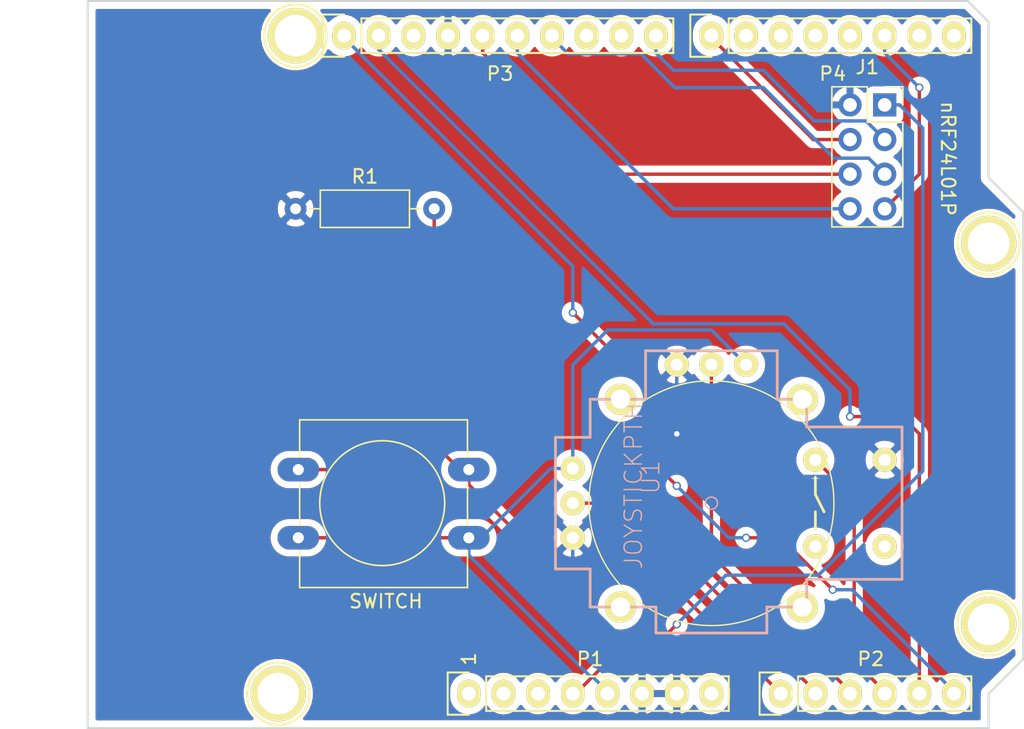
<source format=kicad_pcb>
(kicad_pcb (version 20171130) (host pcbnew "(5.1.2-1)-1")

  (general
    (thickness 1.6)
    (drawings 28)
    (tracks 135)
    (zones 0)
    (modules 12)
    (nets 33)
  )

  (page A4)
  (title_block
    (date "lun. 30 mars 2015")
  )

  (layers
    (0 F.Cu signal)
    (31 B.Cu signal)
    (32 B.Adhes user)
    (33 F.Adhes user)
    (34 B.Paste user)
    (35 F.Paste user)
    (36 B.SilkS user)
    (37 F.SilkS user)
    (38 B.Mask user)
    (39 F.Mask user)
    (40 Dwgs.User user)
    (41 Cmts.User user)
    (42 Eco1.User user)
    (43 Eco2.User user)
    (44 Edge.Cuts user)
    (45 Margin user)
    (46 B.CrtYd user)
    (47 F.CrtYd user)
    (48 B.Fab user)
    (49 F.Fab user)
  )

  (setup
    (last_trace_width 0.25)
    (trace_clearance 0.2)
    (zone_clearance 0.508)
    (zone_45_only no)
    (trace_min 0.2)
    (via_size 0.6)
    (via_drill 0.4)
    (via_min_size 0.4)
    (via_min_drill 0.3)
    (uvia_size 0.3)
    (uvia_drill 0.1)
    (uvias_allowed no)
    (uvia_min_size 0.2)
    (uvia_min_drill 0.1)
    (edge_width 0.15)
    (segment_width 0.15)
    (pcb_text_width 0.3)
    (pcb_text_size 1.5 1.5)
    (mod_edge_width 0.15)
    (mod_text_size 1 1)
    (mod_text_width 0.15)
    (pad_size 4.064 4.064)
    (pad_drill 3.048)
    (pad_to_mask_clearance 0.2)
    (solder_mask_min_width 0.2)
    (aux_axis_origin 110.998 126.365)
    (grid_origin 110.998 126.365)
    (visible_elements FFFFFF7F)
    (pcbplotparams
      (layerselection 0x010fc_ffffffff)
      (usegerberextensions true)
      (usegerberattributes false)
      (usegerberadvancedattributes false)
      (creategerberjobfile false)
      (excludeedgelayer true)
      (linewidth 0.100000)
      (plotframeref false)
      (viasonmask false)
      (mode 1)
      (useauxorigin false)
      (hpglpennumber 1)
      (hpglpenspeed 20)
      (hpglpendiameter 15.000000)
      (psnegative false)
      (psa4output false)
      (plotreference true)
      (plotvalue true)
      (plotinvisibletext false)
      (padsonsilk false)
      (subtractmaskfromsilk true)
      (outputformat 1)
      (mirror false)
      (drillshape 0)
      (scaleselection 1)
      (outputdirectory "/Users/ace/pcb/"))
  )

  (net 0 "")
  (net 1 /IOREF)
  (net 2 /Reset)
  (net 3 +5V)
  (net 4 GND)
  (net 5 /Vin)
  (net 6 /A0)
  (net 7 /A1)
  (net 8 /A2)
  (net 9 /A3)
  (net 10 /AREF)
  (net 11 "/A4(SDA)")
  (net 12 "/A5(SCL)")
  (net 13 "/9(**)")
  (net 14 /8)
  (net 15 /7)
  (net 16 "/6(**)")
  (net 17 "/5(**)")
  (net 18 /4)
  (net 19 "/3(**)")
  (net 20 /2)
  (net 21 "/1(Tx)")
  (net 22 "/0(Rx)")
  (net 23 "Net-(P5-Pad1)")
  (net 24 "Net-(P6-Pad1)")
  (net 25 "Net-(P7-Pad1)")
  (net 26 "Net-(P8-Pad1)")
  (net 27 "/13(SCK)")
  (net 28 "/10(**/SS)")
  (net 29 "Net-(P1-Pad1)")
  (net 30 +3V3)
  (net 31 "/12(MISO)")
  (net 32 "/11(MOSI)")

  (net_class Default "This is the default net class."
    (clearance 0.2)
    (trace_width 0.25)
    (via_dia 0.6)
    (via_drill 0.4)
    (uvia_dia 0.3)
    (uvia_drill 0.1)
    (add_net +3V3)
    (add_net +5V)
    (add_net "/0(Rx)")
    (add_net "/1(Tx)")
    (add_net "/10(**/SS)")
    (add_net "/11(MOSI)")
    (add_net "/12(MISO)")
    (add_net "/13(SCK)")
    (add_net /2)
    (add_net "/3(**)")
    (add_net /4)
    (add_net "/5(**)")
    (add_net "/6(**)")
    (add_net /7)
    (add_net /8)
    (add_net "/9(**)")
    (add_net /A0)
    (add_net /A1)
    (add_net /A2)
    (add_net /A3)
    (add_net "/A4(SDA)")
    (add_net "/A5(SCL)")
    (add_net /AREF)
    (add_net /IOREF)
    (add_net /Reset)
    (add_net /Vin)
    (add_net GND)
    (add_net "Net-(P1-Pad1)")
    (add_net "Net-(P5-Pad1)")
    (add_net "Net-(P6-Pad1)")
    (add_net "Net-(P7-Pad1)")
    (add_net "Net-(P8-Pad1)")
  )

  (module Resistor_THT:R_Axial_DIN0207_L6.3mm_D2.5mm_P10.16mm_Horizontal (layer F.Cu) (tedit 5AE5139B) (tstamp 5EBB501F)
    (at 126.238 88.265)
    (descr "Resistor, Axial_DIN0207 series, Axial, Horizontal, pin pitch=10.16mm, 0.25W = 1/4W, length*diameter=6.3*2.5mm^2, http://cdn-reichelt.de/documents/datenblatt/B400/1_4W%23YAG.pdf")
    (tags "Resistor Axial_DIN0207 series Axial Horizontal pin pitch 10.16mm 0.25W = 1/4W length 6.3mm diameter 2.5mm")
    (path /5EC40A55)
    (fp_text reference R1 (at 5.08 -2.37) (layer F.SilkS)
      (effects (font (size 1 1) (thickness 0.15)))
    )
    (fp_text value R (at 5.08 2.37) (layer F.Fab)
      (effects (font (size 1 1) (thickness 0.15)))
    )
    (fp_text user %R (at 5.08 0 90) (layer F.Fab)
      (effects (font (size 1 1) (thickness 0.15)))
    )
    (fp_line (start 11.21 -1.5) (end -1.05 -1.5) (layer F.CrtYd) (width 0.05))
    (fp_line (start 11.21 1.5) (end 11.21 -1.5) (layer F.CrtYd) (width 0.05))
    (fp_line (start -1.05 1.5) (end 11.21 1.5) (layer F.CrtYd) (width 0.05))
    (fp_line (start -1.05 -1.5) (end -1.05 1.5) (layer F.CrtYd) (width 0.05))
    (fp_line (start 9.12 0) (end 8.35 0) (layer F.SilkS) (width 0.12))
    (fp_line (start 1.04 0) (end 1.81 0) (layer F.SilkS) (width 0.12))
    (fp_line (start 8.35 -1.37) (end 1.81 -1.37) (layer F.SilkS) (width 0.12))
    (fp_line (start 8.35 1.37) (end 8.35 -1.37) (layer F.SilkS) (width 0.12))
    (fp_line (start 1.81 1.37) (end 8.35 1.37) (layer F.SilkS) (width 0.12))
    (fp_line (start 1.81 -1.37) (end 1.81 1.37) (layer F.SilkS) (width 0.12))
    (fp_line (start 10.16 0) (end 8.23 0) (layer F.Fab) (width 0.1))
    (fp_line (start 0 0) (end 1.93 0) (layer F.Fab) (width 0.1))
    (fp_line (start 8.23 -1.25) (end 1.93 -1.25) (layer F.Fab) (width 0.1))
    (fp_line (start 8.23 1.25) (end 8.23 -1.25) (layer F.Fab) (width 0.1))
    (fp_line (start 1.93 1.25) (end 8.23 1.25) (layer F.Fab) (width 0.1))
    (fp_line (start 1.93 -1.25) (end 1.93 1.25) (layer F.Fab) (width 0.1))
    (pad 2 thru_hole oval (at 10.16 0) (size 1.6 1.6) (drill 0.8) (layers *.Cu *.Mask)
      (net 6 /A0))
    (pad 1 thru_hole circle (at 0 0) (size 1.6 1.6) (drill 0.8) (layers *.Cu *.Mask)
      (net 4 GND))
    (model ${KISYS3DMOD}/Resistor_THT.3dshapes/R_Axial_DIN0207_L6.3mm_D2.5mm_P10.16mm_Horizontal.wrl
      (at (xyz 0 0 0))
      (scale (xyz 1 1 1))
      (rotate (xyz 0 0 0))
    )
  )

  (module Button_Switch_THT:SW_PUSH-12mm (layer F.Cu) (tedit 5A02FE31) (tstamp 5EBB4A89)
    (at 138.938 112.395 180)
    (descr "SW PUSH 12mm https://www.e-switch.com/system/asset/product_line/data_sheet/143/TL1100.pdf")
    (tags "tact sw push 12mm")
    (path /5EC35106)
    (fp_text reference SWITCH (at 6.08 -4.66) (layer F.SilkS)
      (effects (font (size 1 1) (thickness 0.15)))
    )
    (fp_text value SW_Push (at 6.62 9.93) (layer F.Fab)
      (effects (font (size 1 1) (thickness 0.15)))
    )
    (fp_line (start 12.4 -3.65) (end 12.4 -0.93) (layer F.SilkS) (width 0.12))
    (fp_line (start 12.4 5.93) (end 12.4 8.65) (layer F.SilkS) (width 0.12))
    (fp_line (start 0.1 4.07) (end 0.1 0.93) (layer F.SilkS) (width 0.12))
    (fp_line (start 0.1 8.65) (end 0.1 5.93) (layer F.SilkS) (width 0.12))
    (fp_line (start 0.25 -3.5) (end 0.25 8.5) (layer F.Fab) (width 0.1))
    (fp_circle (center 6.35 2.54) (end 10.16 5.08) (layer F.SilkS) (width 0.12))
    (fp_line (start 14.25 8.75) (end -1.77 8.75) (layer F.CrtYd) (width 0.05))
    (fp_line (start 14.25 8.75) (end 14.25 -3.75) (layer F.CrtYd) (width 0.05))
    (fp_line (start -1.77 -3.75) (end -1.77 8.75) (layer F.CrtYd) (width 0.05))
    (fp_line (start -1.77 -3.75) (end 14.25 -3.75) (layer F.CrtYd) (width 0.05))
    (fp_line (start 0.1 -0.93) (end 0.1 -3.65) (layer F.SilkS) (width 0.12))
    (fp_line (start 12.4 8.65) (end 0.1 8.65) (layer F.SilkS) (width 0.12))
    (fp_line (start 12.4 0.93) (end 12.4 4.07) (layer F.SilkS) (width 0.12))
    (fp_line (start 0.1 -3.65) (end 12.4 -3.65) (layer F.SilkS) (width 0.12))
    (fp_text user %R (at 6.35 2.54) (layer F.Fab)
      (effects (font (size 1 1) (thickness 0.15)))
    )
    (fp_line (start 12.25 -3.5) (end 12.25 8.5) (layer F.Fab) (width 0.1))
    (fp_line (start 0.25 -3.5) (end 12.25 -3.5) (layer F.Fab) (width 0.1))
    (fp_line (start 0.25 8.5) (end 12.25 8.5) (layer F.Fab) (width 0.1))
    (pad 2 thru_hole oval (at 0 5 180) (size 3.048 1.7272) (drill 0.8128) (layers *.Cu *.Mask)
      (net 6 /A0))
    (pad 1 thru_hole oval (at 0 0 180) (size 3.048 1.7272) (drill 0.8128) (layers *.Cu *.Mask)
      (net 3 +5V))
    (pad 2 thru_hole oval (at 12.5 5 180) (size 3.048 1.7272) (drill 0.8128) (layers *.Cu *.Mask)
      (net 6 /A0))
    (pad 1 thru_hole oval (at 12.5 0 180) (size 3.048 1.7272) (drill 0.8128) (layers *.Cu *.Mask)
      (net 3 +5V))
    (model ${KISYS3DMOD}/Button_Switch_THT.3dshapes/SW_PUSH-12mm.wrl
      (at (xyz 0 0 0))
      (scale (xyz 1 1 1))
      (rotate (xyz 0 0 0))
    )
  )

  (module SparkFun-Electromechanical:JOYSTICK (layer F.Cu) (tedit 200000) (tstamp 5EBB2D7F)
    (at 156.718 109.855 270)
    (path /5EBE11E0)
    (attr virtual)
    (fp_text reference U1 (at -1.905 4.445 90) (layer B.SilkS)
      (effects (font (size 1.27 1.27) (thickness 0.1016)))
    )
    (fp_text value JOYSTICKPTH (at -1.27 5.715 90) (layer B.SilkS)
      (effects (font (size 1.27 1.27) (thickness 0.1016)))
    )
    (fp_circle (center 0 0) (end -6.35 6.35) (layer F.SilkS) (width 0.1016))
    (fp_circle (center 0 0) (end -0.3175 0.3175) (layer B.SilkS) (width 0.1016))
    (fp_line (start 0.635 -7.62) (end 1.905 -7.62) (layer F.SilkS) (width 0.2032))
    (fp_line (start -0.635 -7.62) (end 0.635 -8.255) (layer F.SilkS) (width 0.2032))
    (fp_line (start -1.905 -7.62) (end -0.635 -7.62) (layer F.SilkS) (width 0.2032))
    (fp_line (start -7.62 4.826) (end -7.62 8.89) (layer B.SilkS) (width 0.2032))
    (fp_line (start -7.62 -4.826) (end -7.62 -6.985) (layer B.SilkS) (width 0.2032))
    (fp_line (start -11.176 -4.826) (end -11.176 4.826) (layer B.SilkS) (width 0.2032))
    (fp_line (start -7.62 4.826) (end -11.176 4.826) (layer B.SilkS) (width 0.2032))
    (fp_line (start -7.62 -4.826) (end -11.176 -4.826) (layer B.SilkS) (width 0.2032))
    (fp_line (start -5.588 -13.97) (end -5.588 -6.985) (layer B.SilkS) (width 0.2032))
    (fp_line (start 5.588 -13.97) (end 5.588 -6.985) (layer B.SilkS) (width 0.2032))
    (fp_line (start -5.588 -6.985) (end -7.62 -6.985) (layer B.SilkS) (width 0.2032))
    (fp_line (start 7.62 -6.985) (end 5.588 -6.985) (layer B.SilkS) (width 0.2032))
    (fp_line (start 7.62 4.064) (end 9.525 4.064) (layer B.SilkS) (width 0.2032))
    (fp_line (start 7.62 -4.064) (end 9.525 -4.064) (layer B.SilkS) (width 0.2032))
    (fp_line (start 7.62 4.064) (end 7.62 8.89) (layer B.SilkS) (width 0.2032))
    (fp_line (start 7.62 -4.064) (end 7.62 -6.985) (layer B.SilkS) (width 0.2032))
    (fp_line (start 9.525 -4.064) (end 9.525 4.064) (layer B.SilkS) (width 0.2032))
    (fp_line (start -4.826 8.89) (end -7.62 8.89) (layer B.SilkS) (width 0.2032))
    (fp_line (start 4.826 8.89) (end 7.62 8.89) (layer B.SilkS) (width 0.2032))
    (fp_line (start -4.826 11.43) (end -4.826 8.89) (layer B.SilkS) (width 0.2032))
    (fp_line (start 4.826 11.43) (end 4.826 8.89) (layer B.SilkS) (width 0.2032))
    (fp_line (start 4.826 11.43) (end -4.826 11.43) (layer B.SilkS) (width 0.2032))
    (fp_line (start 5.588 -13.97) (end -5.588 -13.97) (layer B.SilkS) (width 0.2032))
    (pad V3 thru_hole circle (at -10.16 2.54 270) (size 1.778 1.778) (drill 0.889) (layers F&B.Cu F.Paste F.SilkS F.Mask)
      (net 4 GND))
    (pad V2 thru_hole circle (at -10.16 0 270) (size 1.778 1.778) (drill 0.889) (layers F&B.Cu F.Paste F.SilkS F.Mask)
      (net 8 /A2))
    (pad V1 thru_hole circle (at -10.16 -2.54 270) (size 1.778 1.778) (drill 0.889) (layers F&B.Cu F.Paste F.SilkS F.Mask)
      (net 3 +5V))
    (pad MOUN thru_hole circle (at 7.62 -6.6675 270) (size 2.286 2.286) (drill 1.397) (layers F&B.Cu F.Paste F.SilkS F.Mask))
    (pad MOUN thru_hole circle (at 7.62 6.6675 270) (size 2.286 2.286) (drill 1.397) (layers F&B.Cu F.Paste F.SilkS F.Mask))
    (pad MOUN thru_hole circle (at -7.62 6.6675 270) (size 2.286 2.286) (drill 1.397) (layers F&B.Cu F.Paste F.SilkS F.Mask))
    (pad MOUN thru_hole circle (at -7.62 -6.6675 270) (size 2.286 2.286) (drill 1.397) (layers F&B.Cu F.Paste F.SilkS F.Mask))
    (pad H3 thru_hole circle (at 2.54 10.16 270) (size 1.778 1.778) (drill 0.889) (layers F&B.Cu F.Paste F.SilkS F.Mask)
      (net 4 GND))
    (pad H2 thru_hole circle (at 0 10.16 270) (size 1.778 1.778) (drill 0.889) (layers F&B.Cu F.Paste F.SilkS F.Mask)
      (net 7 /A1))
    (pad H1 thru_hole circle (at -2.54 10.16 270) (size 1.778 1.778) (drill 0.889) (layers F&B.Cu F.Paste F.SilkS F.Mask)
      (net 3 +5V))
    (pad B2B thru_hole circle (at 3.175 -7.62 270) (size 1.778 1.778) (drill 0.89916) (layers F&B.Cu F.Paste F.SilkS F.Mask))
    (pad B2A thru_hole circle (at -3.175 -7.62 270) (size 1.778 1.778) (drill 0.89916) (layers F&B.Cu F.Paste F.SilkS F.Mask)
      (net 9 /A3))
    (pad B1B thru_hole circle (at 3.175 -12.7 270) (size 1.778 1.778) (drill 0.89916) (layers F&B.Cu F.Paste F.SilkS F.Mask))
    (pad B1A thru_hole circle (at -3.175 -12.7 270) (size 1.778 1.778) (drill 0.89916) (layers F&B.Cu F.Paste F.SilkS F.Mask)
      (net 4 GND))
  )

  (module Connector_PinSocket_2.54mm:PinSocket_2x04_P2.54mm_Vertical (layer F.Cu) (tedit 5A19A422) (tstamp 5EBAA1EF)
    (at 169.418 80.645)
    (descr "Through hole straight socket strip, 2x04, 2.54mm pitch, double cols (from Kicad 4.0.7), script generated")
    (tags "Through hole socket strip THT 2x04 2.54mm double row")
    (path /5EBB968E)
    (fp_text reference J1 (at -1.27 -2.77) (layer F.SilkS)
      (effects (font (size 1 1) (thickness 0.15)))
    )
    (fp_text value Conn_02x04_Odd_Even (at -1.27 10.39) (layer F.Fab)
      (effects (font (size 1 1) (thickness 0.15)))
    )
    (fp_text user %R (at 2.54 5.08 90) (layer F.Fab)
      (effects (font (size 1 1) (thickness 0.15)))
    )
    (fp_line (start -4.34 9.4) (end -4.34 -1.8) (layer F.CrtYd) (width 0.05))
    (fp_line (start 1.76 9.4) (end -4.34 9.4) (layer F.CrtYd) (width 0.05))
    (fp_line (start 1.76 -1.8) (end 1.76 9.4) (layer F.CrtYd) (width 0.05))
    (fp_line (start -4.34 -1.8) (end 1.76 -1.8) (layer F.CrtYd) (width 0.05))
    (fp_line (start 0 -1.33) (end 1.33 -1.33) (layer F.SilkS) (width 0.12))
    (fp_line (start 1.33 -1.33) (end 1.33 0) (layer F.SilkS) (width 0.12))
    (fp_line (start -1.27 -1.33) (end -1.27 1.27) (layer F.SilkS) (width 0.12))
    (fp_line (start -1.27 1.27) (end 1.33 1.27) (layer F.SilkS) (width 0.12))
    (fp_line (start 1.33 1.27) (end 1.33 8.95) (layer F.SilkS) (width 0.12))
    (fp_line (start -3.87 8.95) (end 1.33 8.95) (layer F.SilkS) (width 0.12))
    (fp_line (start -3.87 -1.33) (end -3.87 8.95) (layer F.SilkS) (width 0.12))
    (fp_line (start -3.87 -1.33) (end -1.27 -1.33) (layer F.SilkS) (width 0.12))
    (fp_line (start -3.81 8.89) (end -3.81 -1.27) (layer F.Fab) (width 0.1))
    (fp_line (start 1.27 8.89) (end -3.81 8.89) (layer F.Fab) (width 0.1))
    (fp_line (start 1.27 -0.27) (end 1.27 8.89) (layer F.Fab) (width 0.1))
    (fp_line (start 0.27 -1.27) (end 1.27 -0.27) (layer F.Fab) (width 0.1))
    (fp_line (start -3.81 -1.27) (end 0.27 -1.27) (layer F.Fab) (width 0.1))
    (pad 8 thru_hole oval (at -2.54 7.62) (size 1.7 1.7) (drill 1) (layers *.Cu *.Mask)
      (net 31 "/12(MISO)"))
    (pad 7 thru_hole oval (at 0 7.62) (size 1.7 1.7) (drill 1) (layers *.Cu *.Mask)
      (net 20 /2))
    (pad 6 thru_hole oval (at -2.54 5.08) (size 1.7 1.7) (drill 1) (layers *.Cu *.Mask)
      (net 27 "/13(SCK)"))
    (pad 5 thru_hole oval (at 0 5.08) (size 1.7 1.7) (drill 1) (layers *.Cu *.Mask)
      (net 32 "/11(MOSI)"))
    (pad 4 thru_hole oval (at -2.54 2.54) (size 1.7 1.7) (drill 1) (layers *.Cu *.Mask)
      (net 15 /7))
    (pad 3 thru_hole oval (at 0 2.54) (size 1.7 1.7) (drill 1) (layers *.Cu *.Mask)
      (net 14 /8))
    (pad 2 thru_hole oval (at -2.54 0) (size 1.7 1.7) (drill 1) (layers *.Cu *.Mask)
      (net 4 GND))
    (pad 1 thru_hole rect (at 0 0) (size 1.7 1.7) (drill 1) (layers *.Cu *.Mask)
      (net 30 +3V3))
    (model ${KISYS3DMOD}/Connector_PinSocket_2.54mm.3dshapes/PinSocket_2x04_P2.54mm_Vertical.wrl
      (at (xyz 0 0 0))
      (scale (xyz 1 1 1))
      (rotate (xyz 0 0 0))
    )
  )

  (module Socket_Arduino_Uno:Socket_Strip_Arduino_1x08 locked (layer F.Cu) (tedit 552168D2) (tstamp 551AF9EA)
    (at 138.938 123.825)
    (descr "Through hole socket strip")
    (tags "socket strip")
    (path /56D70129)
    (fp_text reference P1 (at 8.89 -2.54) (layer F.SilkS)
      (effects (font (size 1 1) (thickness 0.15)))
    )
    (fp_text value Power (at 8.89 -4.064) (layer F.Fab)
      (effects (font (size 1 1) (thickness 0.15)))
    )
    (fp_line (start -1.75 -1.75) (end -1.75 1.75) (layer F.CrtYd) (width 0.05))
    (fp_line (start 19.55 -1.75) (end 19.55 1.75) (layer F.CrtYd) (width 0.05))
    (fp_line (start -1.75 -1.75) (end 19.55 -1.75) (layer F.CrtYd) (width 0.05))
    (fp_line (start -1.75 1.75) (end 19.55 1.75) (layer F.CrtYd) (width 0.05))
    (fp_line (start 1.27 1.27) (end 19.05 1.27) (layer F.SilkS) (width 0.15))
    (fp_line (start 19.05 1.27) (end 19.05 -1.27) (layer F.SilkS) (width 0.15))
    (fp_line (start 19.05 -1.27) (end 1.27 -1.27) (layer F.SilkS) (width 0.15))
    (fp_line (start -1.55 1.55) (end 0 1.55) (layer F.SilkS) (width 0.15))
    (fp_line (start 1.27 1.27) (end 1.27 -1.27) (layer F.SilkS) (width 0.15))
    (fp_line (start 0 -1.55) (end -1.55 -1.55) (layer F.SilkS) (width 0.15))
    (fp_line (start -1.55 -1.55) (end -1.55 1.55) (layer F.SilkS) (width 0.15))
    (pad 1 thru_hole oval (at 0 0) (size 1.7272 2.032) (drill 1.016) (layers *.Cu *.Mask F.SilkS)
      (net 29 "Net-(P1-Pad1)"))
    (pad 2 thru_hole oval (at 2.54 0) (size 1.7272 2.032) (drill 1.016) (layers *.Cu *.Mask F.SilkS)
      (net 1 /IOREF))
    (pad 3 thru_hole oval (at 5.08 0) (size 1.7272 2.032) (drill 1.016) (layers *.Cu *.Mask F.SilkS)
      (net 2 /Reset))
    (pad 4 thru_hole oval (at 7.62 0) (size 1.7272 2.032) (drill 1.016) (layers *.Cu *.Mask F.SilkS)
      (net 30 +3V3))
    (pad 5 thru_hole oval (at 10.16 0) (size 1.7272 2.032) (drill 1.016) (layers *.Cu *.Mask F.SilkS)
      (net 3 +5V))
    (pad 6 thru_hole oval (at 12.7 0) (size 1.7272 2.032) (drill 1.016) (layers *.Cu *.Mask F.SilkS)
      (net 4 GND))
    (pad 7 thru_hole oval (at 15.24 0) (size 1.7272 2.032) (drill 1.016) (layers *.Cu *.Mask F.SilkS)
      (net 4 GND))
    (pad 8 thru_hole oval (at 17.78 0) (size 1.7272 2.032) (drill 1.016) (layers *.Cu *.Mask F.SilkS)
      (net 5 /Vin))
    (model ${KIPRJMOD}/Socket_Arduino_Uno.3dshapes/Socket_header_Arduino_1x08.wrl
      (offset (xyz 8.889999866485596 0 0))
      (scale (xyz 1 1 1))
      (rotate (xyz 0 0 180))
    )
  )

  (module Socket_Arduino_Uno:Socket_Strip_Arduino_1x06 locked (layer F.Cu) (tedit 552168D6) (tstamp 551AF9FF)
    (at 161.798 123.825)
    (descr "Through hole socket strip")
    (tags "socket strip")
    (path /56D70DD8)
    (fp_text reference P2 (at 6.604 -2.54) (layer F.SilkS)
      (effects (font (size 1 1) (thickness 0.15)))
    )
    (fp_text value Analog (at 6.604 -4.064) (layer F.Fab)
      (effects (font (size 1 1) (thickness 0.15)))
    )
    (fp_line (start -1.75 -1.75) (end -1.75 1.75) (layer F.CrtYd) (width 0.05))
    (fp_line (start 14.45 -1.75) (end 14.45 1.75) (layer F.CrtYd) (width 0.05))
    (fp_line (start -1.75 -1.75) (end 14.45 -1.75) (layer F.CrtYd) (width 0.05))
    (fp_line (start -1.75 1.75) (end 14.45 1.75) (layer F.CrtYd) (width 0.05))
    (fp_line (start 1.27 1.27) (end 13.97 1.27) (layer F.SilkS) (width 0.15))
    (fp_line (start 13.97 1.27) (end 13.97 -1.27) (layer F.SilkS) (width 0.15))
    (fp_line (start 13.97 -1.27) (end 1.27 -1.27) (layer F.SilkS) (width 0.15))
    (fp_line (start -1.55 1.55) (end 0 1.55) (layer F.SilkS) (width 0.15))
    (fp_line (start 1.27 1.27) (end 1.27 -1.27) (layer F.SilkS) (width 0.15))
    (fp_line (start 0 -1.55) (end -1.55 -1.55) (layer F.SilkS) (width 0.15))
    (fp_line (start -1.55 -1.55) (end -1.55 1.55) (layer F.SilkS) (width 0.15))
    (pad 1 thru_hole oval (at 0 0) (size 1.7272 2.032) (drill 1.016) (layers *.Cu *.Mask F.SilkS)
      (net 6 /A0))
    (pad 2 thru_hole oval (at 2.54 0) (size 1.7272 2.032) (drill 1.016) (layers *.Cu *.Mask F.SilkS)
      (net 7 /A1))
    (pad 3 thru_hole oval (at 5.08 0) (size 1.7272 2.032) (drill 1.016) (layers *.Cu *.Mask F.SilkS)
      (net 8 /A2))
    (pad 4 thru_hole oval (at 7.62 0) (size 1.7272 2.032) (drill 1.016) (layers *.Cu *.Mask F.SilkS)
      (net 9 /A3))
    (pad 5 thru_hole oval (at 10.16 0) (size 1.7272 2.032) (drill 1.016) (layers *.Cu *.Mask F.SilkS)
      (net 11 "/A4(SDA)"))
    (pad 6 thru_hole oval (at 12.7 0) (size 1.7272 2.032) (drill 1.016) (layers *.Cu *.Mask F.SilkS)
      (net 12 "/A5(SCL)"))
    (model ${KIPRJMOD}/Socket_Arduino_Uno.3dshapes/Socket_header_Arduino_1x06.wrl
      (offset (xyz 6.349999904632568 0 0))
      (scale (xyz 1 1 1))
      (rotate (xyz 0 0 180))
    )
  )

  (module Socket_Arduino_Uno:Socket_Strip_Arduino_1x10 locked (layer F.Cu) (tedit 552168BF) (tstamp 551AFA18)
    (at 129.794 75.565)
    (descr "Through hole socket strip")
    (tags "socket strip")
    (path /56D721E0)
    (fp_text reference P3 (at 11.43 2.794) (layer F.SilkS)
      (effects (font (size 1 1) (thickness 0.15)))
    )
    (fp_text value Digital (at 11.43 4.318) (layer F.Fab)
      (effects (font (size 1 1) (thickness 0.15)))
    )
    (fp_line (start -1.75 -1.75) (end -1.75 1.75) (layer F.CrtYd) (width 0.05))
    (fp_line (start 24.65 -1.75) (end 24.65 1.75) (layer F.CrtYd) (width 0.05))
    (fp_line (start -1.75 -1.75) (end 24.65 -1.75) (layer F.CrtYd) (width 0.05))
    (fp_line (start -1.75 1.75) (end 24.65 1.75) (layer F.CrtYd) (width 0.05))
    (fp_line (start 1.27 1.27) (end 24.13 1.27) (layer F.SilkS) (width 0.15))
    (fp_line (start 24.13 1.27) (end 24.13 -1.27) (layer F.SilkS) (width 0.15))
    (fp_line (start 24.13 -1.27) (end 1.27 -1.27) (layer F.SilkS) (width 0.15))
    (fp_line (start -1.55 1.55) (end 0 1.55) (layer F.SilkS) (width 0.15))
    (fp_line (start 1.27 1.27) (end 1.27 -1.27) (layer F.SilkS) (width 0.15))
    (fp_line (start 0 -1.55) (end -1.55 -1.55) (layer F.SilkS) (width 0.15))
    (fp_line (start -1.55 -1.55) (end -1.55 1.55) (layer F.SilkS) (width 0.15))
    (pad 1 thru_hole oval (at 0 0) (size 1.7272 2.032) (drill 1.016) (layers *.Cu *.Mask F.SilkS)
      (net 12 "/A5(SCL)"))
    (pad 2 thru_hole oval (at 2.54 0) (size 1.7272 2.032) (drill 1.016) (layers *.Cu *.Mask F.SilkS)
      (net 11 "/A4(SDA)"))
    (pad 3 thru_hole oval (at 5.08 0) (size 1.7272 2.032) (drill 1.016) (layers *.Cu *.Mask F.SilkS)
      (net 10 /AREF))
    (pad 4 thru_hole oval (at 7.62 0) (size 1.7272 2.032) (drill 1.016) (layers *.Cu *.Mask F.SilkS)
      (net 4 GND))
    (pad 5 thru_hole oval (at 10.16 0) (size 1.7272 2.032) (drill 1.016) (layers *.Cu *.Mask F.SilkS)
      (net 27 "/13(SCK)"))
    (pad 6 thru_hole oval (at 12.7 0) (size 1.7272 2.032) (drill 1.016) (layers *.Cu *.Mask F.SilkS)
      (net 31 "/12(MISO)"))
    (pad 7 thru_hole oval (at 15.24 0) (size 1.7272 2.032) (drill 1.016) (layers *.Cu *.Mask F.SilkS)
      (net 32 "/11(MOSI)"))
    (pad 8 thru_hole oval (at 17.78 0) (size 1.7272 2.032) (drill 1.016) (layers *.Cu *.Mask F.SilkS)
      (net 28 "/10(**/SS)"))
    (pad 9 thru_hole oval (at 20.32 0) (size 1.7272 2.032) (drill 1.016) (layers *.Cu *.Mask F.SilkS)
      (net 13 "/9(**)"))
    (pad 10 thru_hole oval (at 22.86 0) (size 1.7272 2.032) (drill 1.016) (layers *.Cu *.Mask F.SilkS)
      (net 14 /8))
    (model ${KIPRJMOD}/Socket_Arduino_Uno.3dshapes/Socket_header_Arduino_1x10.wrl
      (offset (xyz 11.42999982833862 0 0))
      (scale (xyz 1 1 1))
      (rotate (xyz 0 0 180))
    )
  )

  (module Socket_Arduino_Uno:Socket_Strip_Arduino_1x08 locked (layer F.Cu) (tedit 552168C7) (tstamp 551AFA2F)
    (at 156.718 75.565)
    (descr "Through hole socket strip")
    (tags "socket strip")
    (path /56D7164F)
    (fp_text reference P4 (at 8.89 2.794) (layer F.SilkS)
      (effects (font (size 1 1) (thickness 0.15)))
    )
    (fp_text value Digital (at 8.89 4.318) (layer F.Fab)
      (effects (font (size 1 1) (thickness 0.15)))
    )
    (fp_line (start -1.75 -1.75) (end -1.75 1.75) (layer F.CrtYd) (width 0.05))
    (fp_line (start 19.55 -1.75) (end 19.55 1.75) (layer F.CrtYd) (width 0.05))
    (fp_line (start -1.75 -1.75) (end 19.55 -1.75) (layer F.CrtYd) (width 0.05))
    (fp_line (start -1.75 1.75) (end 19.55 1.75) (layer F.CrtYd) (width 0.05))
    (fp_line (start 1.27 1.27) (end 19.05 1.27) (layer F.SilkS) (width 0.15))
    (fp_line (start 19.05 1.27) (end 19.05 -1.27) (layer F.SilkS) (width 0.15))
    (fp_line (start 19.05 -1.27) (end 1.27 -1.27) (layer F.SilkS) (width 0.15))
    (fp_line (start -1.55 1.55) (end 0 1.55) (layer F.SilkS) (width 0.15))
    (fp_line (start 1.27 1.27) (end 1.27 -1.27) (layer F.SilkS) (width 0.15))
    (fp_line (start 0 -1.55) (end -1.55 -1.55) (layer F.SilkS) (width 0.15))
    (fp_line (start -1.55 -1.55) (end -1.55 1.55) (layer F.SilkS) (width 0.15))
    (pad 1 thru_hole oval (at 0 0) (size 1.7272 2.032) (drill 1.016) (layers *.Cu *.Mask F.SilkS)
      (net 15 /7))
    (pad 2 thru_hole oval (at 2.54 0) (size 1.7272 2.032) (drill 1.016) (layers *.Cu *.Mask F.SilkS)
      (net 16 "/6(**)"))
    (pad 3 thru_hole oval (at 5.08 0) (size 1.7272 2.032) (drill 1.016) (layers *.Cu *.Mask F.SilkS)
      (net 17 "/5(**)"))
    (pad 4 thru_hole oval (at 7.62 0) (size 1.7272 2.032) (drill 1.016) (layers *.Cu *.Mask F.SilkS)
      (net 18 /4))
    (pad 5 thru_hole oval (at 10.16 0) (size 1.7272 2.032) (drill 1.016) (layers *.Cu *.Mask F.SilkS)
      (net 19 "/3(**)"))
    (pad 6 thru_hole oval (at 12.7 0) (size 1.7272 2.032) (drill 1.016) (layers *.Cu *.Mask F.SilkS)
      (net 20 /2))
    (pad 7 thru_hole oval (at 15.24 0) (size 1.7272 2.032) (drill 1.016) (layers *.Cu *.Mask F.SilkS)
      (net 21 "/1(Tx)"))
    (pad 8 thru_hole oval (at 17.78 0) (size 1.7272 2.032) (drill 1.016) (layers *.Cu *.Mask F.SilkS)
      (net 22 "/0(Rx)"))
    (model ${KIPRJMOD}/Socket_Arduino_Uno.3dshapes/Socket_header_Arduino_1x08.wrl
      (offset (xyz 8.889999866485596 0 0))
      (scale (xyz 1 1 1))
      (rotate (xyz 0 0 180))
    )
  )

  (module Socket_Arduino_Uno:Arduino_1pin locked (layer F.Cu) (tedit 5524FC39) (tstamp 5524FC3F)
    (at 124.968 123.825)
    (descr "module 1 pin (ou trou mecanique de percage)")
    (tags DEV)
    (path /56D71177)
    (fp_text reference P5 (at 0 -3.048) (layer F.SilkS) hide
      (effects (font (size 1 1) (thickness 0.15)))
    )
    (fp_text value CONN_01X01 (at 0 2.794) (layer F.Fab) hide
      (effects (font (size 1 1) (thickness 0.15)))
    )
    (fp_circle (center 0 0) (end 0 -2.286) (layer F.SilkS) (width 0.15))
    (pad 1 thru_hole circle (at 0 0) (size 4.064 4.064) (drill 3.048) (layers *.Cu *.Mask F.SilkS)
      (net 23 "Net-(P5-Pad1)"))
  )

  (module Socket_Arduino_Uno:Arduino_1pin locked (layer F.Cu) (tedit 5524FC4A) (tstamp 5524FC44)
    (at 177.038 118.745)
    (descr "module 1 pin (ou trou mecanique de percage)")
    (tags DEV)
    (path /56D71274)
    (fp_text reference P6 (at 0 -3.048) (layer F.SilkS) hide
      (effects (font (size 1 1) (thickness 0.15)))
    )
    (fp_text value CONN_01X01 (at 0 2.794) (layer F.Fab) hide
      (effects (font (size 1 1) (thickness 0.15)))
    )
    (fp_circle (center 0 0) (end 0 -2.286) (layer F.SilkS) (width 0.15))
    (pad 1 thru_hole circle (at 0 0) (size 4.064 4.064) (drill 3.048) (layers *.Cu *.Mask F.SilkS)
      (net 24 "Net-(P6-Pad1)"))
  )

  (module Socket_Arduino_Uno:Arduino_1pin locked (layer F.Cu) (tedit 5524FC2F) (tstamp 5524FC49)
    (at 126.238 75.565)
    (descr "module 1 pin (ou trou mecanique de percage)")
    (tags DEV)
    (path /56D712A8)
    (fp_text reference P7 (at 0 -3.048) (layer F.SilkS) hide
      (effects (font (size 1 1) (thickness 0.15)))
    )
    (fp_text value CONN_01X01 (at 0 2.794) (layer F.Fab) hide
      (effects (font (size 1 1) (thickness 0.15)))
    )
    (fp_circle (center 0 0) (end 0 -2.286) (layer F.SilkS) (width 0.15))
    (pad 1 thru_hole circle (at 0 0) (size 4.064 4.064) (drill 3.048) (layers *.Cu *.Mask F.SilkS)
      (net 25 "Net-(P7-Pad1)"))
  )

  (module Socket_Arduino_Uno:Arduino_1pin locked (layer F.Cu) (tedit 5524FC41) (tstamp 5524FC4E)
    (at 177.038 90.805)
    (descr "module 1 pin (ou trou mecanique de percage)")
    (tags DEV)
    (path /56D712DB)
    (fp_text reference P8 (at 0 -3.048) (layer F.SilkS) hide
      (effects (font (size 1 1) (thickness 0.15)))
    )
    (fp_text value CONN_01X01 (at 0 2.794) (layer F.Fab) hide
      (effects (font (size 1 1) (thickness 0.15)))
    )
    (fp_circle (center 0 0) (end 0 -2.286) (layer F.SilkS) (width 0.15))
    (pad 1 thru_hole circle (at 0 0) (size 4.064 4.064) (drill 3.048) (layers *.Cu *.Mask F.SilkS)
      (net 26 "Net-(P8-Pad1)"))
  )

  (gr_text nRF24L01P (at 174.068 84.585 270) (layer F.SilkS)
    (effects (font (size 1 1) (thickness 0.15)))
  )
  (gr_text 1 (at 138.938 121.285 90) (layer F.SilkS)
    (effects (font (size 1 1) (thickness 0.15)))
  )
  (gr_circle (center 117.348 76.962) (end 118.618 76.962) (layer Dwgs.User) (width 0.15))
  (gr_line (start 114.427 78.994) (end 114.427 74.93) (angle 90) (layer Dwgs.User) (width 0.15))
  (gr_line (start 120.269 78.994) (end 114.427 78.994) (angle 90) (layer Dwgs.User) (width 0.15))
  (gr_line (start 120.269 74.93) (end 120.269 78.994) (angle 90) (layer Dwgs.User) (width 0.15))
  (gr_line (start 114.427 74.93) (end 120.269 74.93) (angle 90) (layer Dwgs.User) (width 0.15))
  (gr_line (start 120.523 93.98) (end 104.648 93.98) (angle 90) (layer Dwgs.User) (width 0.15))
  (gr_line (start 177.038 74.549) (end 175.514 73.025) (angle 90) (layer Edge.Cuts) (width 0.15))
  (gr_line (start 177.038 85.979) (end 177.038 74.549) (angle 90) (layer Edge.Cuts) (width 0.15))
  (gr_line (start 179.578 88.519) (end 177.038 85.979) (angle 90) (layer Edge.Cuts) (width 0.15))
  (gr_line (start 179.578 121.285) (end 179.578 88.519) (angle 90) (layer Edge.Cuts) (width 0.15))
  (gr_line (start 177.038 123.825) (end 179.578 121.285) (angle 90) (layer Edge.Cuts) (width 0.15))
  (gr_line (start 177.038 126.365) (end 177.038 123.825) (angle 90) (layer Edge.Cuts) (width 0.15))
  (gr_line (start 110.998 126.365) (end 177.038 126.365) (angle 90) (layer Edge.Cuts) (width 0.15))
  (gr_line (start 110.998 73.025) (end 110.998 126.365) (angle 90) (layer Edge.Cuts) (width 0.15))
  (gr_line (start 175.514 73.025) (end 110.998 73.025) (angle 90) (layer Edge.Cuts) (width 0.15))
  (gr_line (start 173.355 102.235) (end 173.355 94.615) (angle 90) (layer Dwgs.User) (width 0.15))
  (gr_line (start 178.435 102.235) (end 173.355 102.235) (angle 90) (layer Dwgs.User) (width 0.15))
  (gr_line (start 178.435 94.615) (end 178.435 102.235) (angle 90) (layer Dwgs.User) (width 0.15))
  (gr_line (start 173.355 94.615) (end 178.435 94.615) (angle 90) (layer Dwgs.User) (width 0.15))
  (gr_line (start 109.093 123.19) (end 109.093 114.3) (angle 90) (layer Dwgs.User) (width 0.15))
  (gr_line (start 122.428 123.19) (end 109.093 123.19) (angle 90) (layer Dwgs.User) (width 0.15))
  (gr_line (start 122.428 114.3) (end 122.428 123.19) (angle 90) (layer Dwgs.User) (width 0.15))
  (gr_line (start 109.093 114.3) (end 122.428 114.3) (angle 90) (layer Dwgs.User) (width 0.15))
  (gr_line (start 104.648 93.98) (end 104.648 82.55) (angle 90) (layer Dwgs.User) (width 0.15))
  (gr_line (start 120.523 82.55) (end 120.523 93.98) (angle 90) (layer Dwgs.User) (width 0.15))
  (gr_line (start 104.648 82.55) (end 120.523 82.55) (angle 90) (layer Dwgs.User) (width 0.15))

  (segment (start 126.438 112.395) (end 137.668 112.395) (width 0.25) (layer F.Cu) (net 3))
  (segment (start 137.668 112.395) (end 138.938 112.395) (width 0.25) (layer F.Cu) (net 3))
  (segment (start 156.718 97.155) (end 158.369001 98.806001) (width 0.25) (layer B.Cu) (net 3))
  (segment (start 158.369001 98.806001) (end 159.258 99.695) (width 0.25) (layer B.Cu) (net 3))
  (segment (start 149.122929 97.155) (end 156.718 97.155) (width 0.25) (layer B.Cu) (net 3))
  (segment (start 146.558 99.719929) (end 149.122929 97.155) (width 0.25) (layer B.Cu) (net 3))
  (segment (start 146.558 107.315) (end 146.558 99.719929) (width 0.25) (layer B.Cu) (net 3))
  (segment (start 149.098 123.6726) (end 149.098 123.825) (width 0.25) (layer B.Cu) (net 3))
  (segment (start 147.832 122.559) (end 147.9844 122.559) (width 0.25) (layer B.Cu) (net 3))
  (segment (start 138.938 113.665) (end 147.832 122.559) (width 0.25) (layer B.Cu) (net 3))
  (segment (start 147.9844 122.559) (end 149.098 123.6726) (width 0.25) (layer B.Cu) (net 3))
  (segment (start 138.938 112.395) (end 138.938 113.665) (width 0.25) (layer B.Cu) (net 3))
  (segment (start 144.9324 107.315) (end 146.558 107.315) (width 0.25) (layer B.Cu) (net 3))
  (segment (start 139.8524 112.395) (end 144.9324 107.315) (width 0.25) (layer B.Cu) (net 3))
  (segment (start 138.938 112.395) (end 139.8524 112.395) (width 0.25) (layer B.Cu) (net 3))
  (segment (start 137.414 77.089) (end 126.238 88.265) (width 0.25) (layer F.Cu) (net 4))
  (segment (start 137.414 75.565) (end 137.414 77.089) (width 0.25) (layer F.Cu) (net 4))
  (segment (start 151.638 123.825) (end 151.638 123.6726) (width 0.25) (layer F.Cu) (net 4))
  (via (at 154.178 104.775) (size 0.6) (drill 0.4) (layers F.Cu B.Cu) (net 4))
  (segment (start 168.529001 107.568999) (end 169.418 106.68) (width 0.25) (layer B.Cu) (net 4))
  (segment (start 168.203999 107.894001) (end 168.529001 107.568999) (width 0.25) (layer B.Cu) (net 4))
  (segment (start 157.297001 107.894001) (end 168.203999 107.894001) (width 0.25) (layer B.Cu) (net 4))
  (segment (start 154.178 104.775) (end 157.297001 107.894001) (width 0.25) (layer B.Cu) (net 4))
  (segment (start 146.558 112.395) (end 154.178 104.775) (width 0.25) (layer B.Cu) (net 4))
  (segment (start 154.178 99.695) (end 154.178 104.775) (width 0.25) (layer B.Cu) (net 4))
  (segment (start 146.558 113.652235) (end 146.558 112.395) (width 0.25) (layer B.Cu) (net 4))
  (segment (start 146.558 116.155142) (end 146.558 113.652235) (width 0.25) (layer B.Cu) (net 4))
  (segment (start 151.638 121.235142) (end 146.558 116.155142) (width 0.25) (layer B.Cu) (net 4))
  (segment (start 151.638 123.825) (end 151.638 121.235142) (width 0.25) (layer B.Cu) (net 4))
  (segment (start 137.414 82.931) (end 154.178 99.695) (width 0.25) (layer F.Cu) (net 4))
  (segment (start 137.414 77.089) (end 137.414 82.931) (width 0.25) (layer F.Cu) (net 4))
  (segment (start 173.228 78.105) (end 168.148 78.105) (width 0.25) (layer F.Cu) (net 4))
  (segment (start 168.148 78.105) (end 166.878 79.375) (width 0.25) (layer F.Cu) (net 4))
  (segment (start 171.958 92.075) (end 174.498 89.535) (width 0.25) (layer F.Cu) (net 4))
  (segment (start 174.498 79.375) (end 173.228 78.105) (width 0.25) (layer F.Cu) (net 4))
  (segment (start 174.498 89.535) (end 174.498 79.375) (width 0.25) (layer F.Cu) (net 4))
  (segment (start 166.878 79.375) (end 166.878 80.645) (width 0.25) (layer F.Cu) (net 4))
  (segment (start 161.798 92.075) (end 171.958 92.075) (width 0.25) (layer F.Cu) (net 4))
  (segment (start 154.178 99.695) (end 161.798 92.075) (width 0.25) (layer F.Cu) (net 4))
  (segment (start 138.2776 107.395) (end 138.938 107.395) (width 0.25) (layer F.Cu) (net 6))
  (segment (start 136.398 105.5154) (end 138.2776 107.395) (width 0.25) (layer F.Cu) (net 6))
  (segment (start 136.398 88.265) (end 136.398 105.5154) (width 0.25) (layer F.Cu) (net 6))
  (segment (start 134.5184 107.395) (end 126.438 107.395) (width 0.25) (layer F.Cu) (net 6))
  (segment (start 136.398 105.5154) (end 134.5184 107.395) (width 0.25) (layer F.Cu) (net 6))
  (segment (start 138.938 107.395) (end 139.5984 107.395) (width 0.25) (layer F.Cu) (net 6))
  (segment (start 152.908 114.935) (end 161.798 123.825) (width 0.25) (layer F.Cu) (net 6))
  (segment (start 144.018 114.935) (end 152.908 114.935) (width 0.25) (layer F.Cu) (net 6))
  (segment (start 142.748 113.665) (end 144.018 114.935) (width 0.25) (layer F.Cu) (net 6))
  (segment (start 142.748 112.3186) (end 142.748 113.665) (width 0.25) (layer F.Cu) (net 6))
  (segment (start 138.938 108.5086) (end 142.748 112.3186) (width 0.25) (layer F.Cu) (net 6))
  (segment (start 138.938 107.395) (end 138.938 108.5086) (width 0.25) (layer F.Cu) (net 6))
  (segment (start 164.338 123.6726) (end 164.338 123.825) (width 0.25) (layer F.Cu) (net 7))
  (segment (start 150.5204 109.855) (end 164.338 123.6726) (width 0.25) (layer F.Cu) (net 7))
  (segment (start 146.558 109.855) (end 150.5204 109.855) (width 0.25) (layer F.Cu) (net 7))
  (segment (start 165.612 122.559) (end 165.7644 122.559) (width 0.25) (layer F.Cu) (net 8))
  (segment (start 156.718 113.665) (end 165.612 122.559) (width 0.25) (layer F.Cu) (net 8))
  (segment (start 166.878 123.6726) (end 166.878 123.825) (width 0.25) (layer F.Cu) (net 8))
  (segment (start 165.7644 122.559) (end 166.878 123.6726) (width 0.25) (layer F.Cu) (net 8))
  (segment (start 156.718 99.695) (end 156.718 113.665) (width 0.25) (layer F.Cu) (net 8))
  (segment (start 169.418 123.6726) (end 169.418 123.825) (width 0.25) (layer F.Cu) (net 9))
  (segment (start 167.1828 121.4374) (end 169.418 123.6726) (width 0.25) (layer F.Cu) (net 9))
  (segment (start 167.1828 109.5248) (end 167.1828 121.4374) (width 0.25) (layer F.Cu) (net 9))
  (segment (start 164.338 106.68) (end 167.1828 109.5248) (width 0.25) (layer F.Cu) (net 9))
  (via (at 166.878 103.505) (size 0.6) (drill 0.4) (layers F.Cu B.Cu) (net 11))
  (segment (start 166.878 103.505) (end 170.688 103.505) (width 0.25) (layer F.Cu) (net 11))
  (segment (start 171.958 104.775) (end 171.958 123.825) (width 0.25) (layer F.Cu) (net 11))
  (segment (start 170.688 103.505) (end 171.958 104.775) (width 0.25) (layer F.Cu) (net 11))
  (segment (start 162.03379 96.70499) (end 166.878 101.5492) (width 0.25) (layer B.Cu) (net 11))
  (segment (start 166.878 101.5492) (end 166.878 103.505) (width 0.25) (layer B.Cu) (net 11))
  (segment (start 152.45799 96.70499) (end 162.03379 96.70499) (width 0.25) (layer B.Cu) (net 11))
  (segment (start 132.334 76.581) (end 152.45799 96.70499) (width 0.25) (layer B.Cu) (net 11))
  (segment (start 132.334 75.565) (end 132.334 76.581) (width 0.25) (layer B.Cu) (net 11))
  (segment (start 129.794 75.7174) (end 146.558 92.4814) (width 0.25) (layer B.Cu) (net 12))
  (segment (start 129.794 75.565) (end 129.794 75.7174) (width 0.25) (layer B.Cu) (net 12))
  (via (at 146.558 95.885) (size 0.6) (drill 0.4) (layers F.Cu B.Cu) (net 12))
  (segment (start 146.558 92.4814) (end 146.558 95.885) (width 0.25) (layer B.Cu) (net 12))
  (via (at 154.178 108.585) (size 0.6) (drill 0.4) (layers F.Cu B.Cu) (net 12))
  (segment (start 154.178 108.585) (end 157.988 112.395) (width 0.25) (layer B.Cu) (net 12))
  (via (at 159.258 112.395) (size 0.6) (drill 0.4) (layers F.Cu B.Cu) (net 12))
  (segment (start 157.988 112.395) (end 159.258 112.395) (width 0.25) (layer B.Cu) (net 12))
  (segment (start 159.258 112.395) (end 161.797992 112.395) (width 0.25) (layer F.Cu) (net 12))
  (via (at 165.607992 116.205) (size 0.6) (drill 0.4) (layers F.Cu B.Cu) (net 12))
  (segment (start 161.797992 112.395) (end 165.307993 115.905001) (width 0.25) (layer F.Cu) (net 12))
  (segment (start 174.498 123.825) (end 174.498 123.6726) (width 0.25) (layer B.Cu) (net 12))
  (segment (start 174.498 123.6726) (end 167.0304 116.205) (width 0.25) (layer B.Cu) (net 12))
  (segment (start 165.307993 115.905001) (end 165.607992 116.205) (width 0.25) (layer F.Cu) (net 12))
  (segment (start 167.0304 116.205) (end 166.032256 116.205) (width 0.25) (layer B.Cu) (net 12))
  (segment (start 166.032256 116.205) (end 165.607992 116.205) (width 0.25) (layer B.Cu) (net 12))
  (segment (start 152.654 107.061) (end 154.178 108.585) (width 0.25) (layer F.Cu) (net 12))
  (segment (start 152.654 101.981) (end 152.654 107.061) (width 0.25) (layer F.Cu) (net 12))
  (segment (start 146.558 95.885) (end 152.654 101.981) (width 0.25) (layer F.Cu) (net 12))
  (segment (start 152.654 76.831) (end 153.928 78.105) (width 0.25) (layer B.Cu) (net 14))
  (segment (start 152.654 75.565) (end 152.654 76.831) (width 0.25) (layer B.Cu) (net 14))
  (segment (start 153.928 78.105) (end 160.528 78.105) (width 0.25) (layer B.Cu) (net 14))
  (segment (start 168.053001 81.820001) (end 168.568001 82.335001) (width 0.25) (layer B.Cu) (net 14))
  (segment (start 164.243001 81.820001) (end 168.053001 81.820001) (width 0.25) (layer B.Cu) (net 14))
  (segment (start 168.568001 82.335001) (end 169.418 83.185) (width 0.25) (layer B.Cu) (net 14))
  (segment (start 160.528 78.105) (end 164.243001 81.820001) (width 0.25) (layer B.Cu) (net 14))
  (segment (start 164.1856 83.185) (end 165.675919 83.185) (width 0.25) (layer F.Cu) (net 15))
  (segment (start 156.718 75.7174) (end 164.1856 83.185) (width 0.25) (layer F.Cu) (net 15))
  (segment (start 165.675919 83.185) (end 166.878 83.185) (width 0.25) (layer F.Cu) (net 15))
  (segment (start 156.718 75.565) (end 156.718 75.7174) (width 0.25) (layer F.Cu) (net 15))
  (segment (start 169.418 75.565) (end 169.418 76.835) (width 0.25) (layer B.Cu) (net 20))
  (via (at 171.958 79.375) (size 0.6) (drill 0.4) (layers F.Cu B.Cu) (net 20))
  (segment (start 169.418 76.835) (end 171.958 79.375) (width 0.25) (layer B.Cu) (net 20))
  (segment (start 171.958 85.725) (end 169.418 88.265) (width 0.25) (layer F.Cu) (net 20))
  (segment (start 171.958 79.375) (end 171.958 85.725) (width 0.25) (layer F.Cu) (net 20))
  (segment (start 165.675919 85.725) (end 166.878 85.725) (width 0.25) (layer F.Cu) (net 27))
  (segment (start 148.848 85.725) (end 165.675919 85.725) (width 0.25) (layer F.Cu) (net 27))
  (segment (start 139.954 76.831) (end 148.848 85.725) (width 0.25) (layer F.Cu) (net 27))
  (segment (start 139.954 75.565) (end 139.954 76.831) (width 0.25) (layer F.Cu) (net 27))
  (via (at 154.178 118.745) (size 0.6) (drill 0.4) (layers F.Cu B.Cu) (net 30))
  (segment (start 152.6286 120.2944) (end 154.178 118.745) (width 0.25) (layer F.Cu) (net 30))
  (segment (start 150.2918 120.2944) (end 152.6286 120.2944) (width 0.25) (layer F.Cu) (net 30))
  (segment (start 146.7612 123.825) (end 150.2918 120.2944) (width 0.25) (layer F.Cu) (net 30))
  (segment (start 146.558 123.825) (end 146.7612 123.825) (width 0.25) (layer F.Cu) (net 30))
  (segment (start 170.518 80.645) (end 169.418 80.645) (width 0.25) (layer B.Cu) (net 30))
  (segment (start 172.212 82.339) (end 170.518 80.645) (width 0.25) (layer B.Cu) (net 30))
  (segment (start 164.5666 115.1382) (end 172.212 107.4928) (width 0.25) (layer B.Cu) (net 30))
  (segment (start 157.7848 115.1382) (end 164.5666 115.1382) (width 0.25) (layer B.Cu) (net 30))
  (segment (start 172.212 107.4928) (end 172.212 82.339) (width 0.25) (layer B.Cu) (net 30))
  (segment (start 154.178 118.745) (end 157.7848 115.1382) (width 0.25) (layer B.Cu) (net 30))
  (segment (start 153.928 88.265) (end 165.675919 88.265) (width 0.25) (layer B.Cu) (net 31))
  (segment (start 165.675919 88.265) (end 166.878 88.265) (width 0.25) (layer B.Cu) (net 31))
  (segment (start 142.494 76.831) (end 153.928 88.265) (width 0.25) (layer B.Cu) (net 31))
  (segment (start 142.494 75.565) (end 142.494 76.831) (width 0.25) (layer B.Cu) (net 31))
  (segment (start 146.22261 76.90601) (end 151.56699 76.90601) (width 0.25) (layer B.Cu) (net 32))
  (segment (start 145.034 75.7174) (end 146.22261 76.90601) (width 0.25) (layer B.Cu) (net 32))
  (segment (start 145.034 75.565) (end 145.034 75.7174) (width 0.25) (layer B.Cu) (net 32))
  (segment (start 151.56699 76.90601) (end 154.03598 79.375) (width 0.25) (layer B.Cu) (net 32))
  (segment (start 154.03598 79.375) (end 160.528 79.375) (width 0.25) (layer B.Cu) (net 32))
  (segment (start 168.568001 84.875001) (end 169.418 85.725) (width 0.25) (layer B.Cu) (net 32))
  (segment (start 168.242999 84.549999) (end 168.568001 84.875001) (width 0.25) (layer B.Cu) (net 32))
  (segment (start 165.702999 84.549999) (end 168.242999 84.549999) (width 0.25) (layer B.Cu) (net 32))
  (segment (start 160.528 79.375) (end 165.702999 84.549999) (width 0.25) (layer B.Cu) (net 32))

  (zone (net 4) (net_name GND) (layer B.Cu) (tstamp 5EBB6F27) (hatch edge 0.508)
    (connect_pads (clearance 0.508))
    (min_thickness 0.254)
    (fill yes (arc_segments 32) (thermal_gap 0.508) (thermal_bridge_width 0.508))
    (polygon
      (pts
        (xy 111.3536 73.3806) (xy 175.4886 73.406) (xy 176.7078 74.4728) (xy 176.7078 85.9282) (xy 176.7078 86.2076)
        (xy 179.2986 88.5698) (xy 179.2986 120.8532) (xy 176.8348 123.5202) (xy 176.8348 126.0856) (xy 111.379 125.984)
        (xy 111.379 73.4822) (xy 111.4298 73.4314)
      )
    )
    (filled_polygon
      (pts
        (xy 124.166406 73.864887) (xy 123.874536 74.301702) (xy 123.673492 74.787065) (xy 123.571 75.302323) (xy 123.571 75.827677)
        (xy 123.673492 76.342935) (xy 123.874536 76.828298) (xy 124.166406 77.265113) (xy 124.537887 77.636594) (xy 124.974702 77.928464)
        (xy 125.460065 78.129508) (xy 125.975323 78.232) (xy 126.500677 78.232) (xy 127.015935 78.129508) (xy 127.501298 77.928464)
        (xy 127.938113 77.636594) (xy 128.309594 77.265113) (xy 128.601464 76.828298) (xy 128.657001 76.694219) (xy 128.729203 76.782197)
        (xy 128.957395 76.969469) (xy 129.217737 77.108625) (xy 129.500224 77.194316) (xy 129.794 77.223251) (xy 130.087777 77.194316)
        (xy 130.1709 77.169101) (xy 145.798 92.796202) (xy 145.798001 95.339463) (xy 145.729414 95.442111) (xy 145.658932 95.612271)
        (xy 145.623 95.792911) (xy 145.623 95.977089) (xy 145.658932 96.157729) (xy 145.729414 96.327889) (xy 145.831738 96.481028)
        (xy 145.961972 96.611262) (xy 146.115111 96.713586) (xy 146.285271 96.784068) (xy 146.465911 96.82) (xy 146.650089 96.82)
        (xy 146.830729 96.784068) (xy 147.000889 96.713586) (xy 147.154028 96.611262) (xy 147.284262 96.481028) (xy 147.386586 96.327889)
        (xy 147.457068 96.157729) (xy 147.493 95.977089) (xy 147.493 95.792911) (xy 147.457068 95.612271) (xy 147.386586 95.442111)
        (xy 147.318 95.339465) (xy 147.318 92.639802) (xy 151.073198 96.395) (xy 149.160251 96.395) (xy 149.122928 96.391324)
        (xy 149.085605 96.395) (xy 149.085596 96.395) (xy 148.973943 96.405997) (xy 148.830682 96.449454) (xy 148.698653 96.520026)
        (xy 148.698651 96.520027) (xy 148.698652 96.520027) (xy 148.611925 96.591201) (xy 148.611921 96.591205) (xy 148.582928 96.614999)
        (xy 148.559134 96.643992) (xy 146.046998 99.15613) (xy 146.018 99.179928) (xy 145.994202 99.208926) (xy 145.994201 99.208927)
        (xy 145.923026 99.295653) (xy 145.852454 99.427683) (xy 145.808998 99.570944) (xy 145.794324 99.719929) (xy 145.798001 99.757261)
        (xy 145.798 105.989917) (xy 145.586507 106.131232) (xy 145.374232 106.343507) (xy 145.232917 106.555) (xy 144.969723 106.555)
        (xy 144.9324 106.551324) (xy 144.895077 106.555) (xy 144.895067 106.555) (xy 144.783414 106.565997) (xy 144.640153 106.609454)
        (xy 144.508123 106.680026) (xy 144.424483 106.748668) (xy 144.392399 106.774999) (xy 144.368601 106.803997) (xy 140.170183 111.002416)
        (xy 139.892177 110.918084) (xy 139.672019 110.8964) (xy 138.203981 110.8964) (xy 137.983823 110.918084) (xy 137.701336 111.003775)
        (xy 137.440994 111.142931) (xy 137.212803 111.330203) (xy 137.025531 111.558394) (xy 136.886375 111.818736) (xy 136.800684 112.101223)
        (xy 136.771749 112.395) (xy 136.800684 112.688777) (xy 136.886375 112.971264) (xy 137.025531 113.231606) (xy 137.212803 113.459797)
        (xy 137.440994 113.647069) (xy 137.701336 113.786225) (xy 137.983823 113.871916) (xy 138.203981 113.8936) (xy 138.213148 113.8936)
        (xy 138.232454 113.957246) (xy 138.303026 114.089276) (xy 138.374201 114.176002) (xy 138.398 114.205001) (xy 138.426998 114.228799)
        (xy 146.382256 122.184059) (xy 146.264223 122.195684) (xy 145.981736 122.281375) (xy 145.721394 122.420531) (xy 145.493203 122.607803)
        (xy 145.305931 122.835995) (xy 145.288 122.869541) (xy 145.270069 122.835994) (xy 145.082797 122.607803) (xy 144.854605 122.420531)
        (xy 144.594263 122.281375) (xy 144.311776 122.195684) (xy 144.018 122.166749) (xy 143.724223 122.195684) (xy 143.441736 122.281375)
        (xy 143.181394 122.420531) (xy 142.953203 122.607803) (xy 142.765931 122.835995) (xy 142.748 122.869541) (xy 142.730069 122.835994)
        (xy 142.542797 122.607803) (xy 142.314605 122.420531) (xy 142.054263 122.281375) (xy 141.771776 122.195684) (xy 141.478 122.166749)
        (xy 141.184223 122.195684) (xy 140.901736 122.281375) (xy 140.641394 122.420531) (xy 140.413203 122.607803) (xy 140.225931 122.835995)
        (xy 140.208 122.869541) (xy 140.190069 122.835994) (xy 140.002797 122.607803) (xy 139.774605 122.420531) (xy 139.514263 122.281375)
        (xy 139.231776 122.195684) (xy 138.938 122.166749) (xy 138.644223 122.195684) (xy 138.361736 122.281375) (xy 138.101394 122.420531)
        (xy 137.873203 122.607803) (xy 137.685931 122.835995) (xy 137.546775 123.096337) (xy 137.461084 123.378824) (xy 137.4394 123.598982)
        (xy 137.4394 124.051019) (xy 137.461084 124.271177) (xy 137.546775 124.553664) (xy 137.685931 124.814006) (xy 137.873203 125.042197)
        (xy 138.101395 125.229469) (xy 138.361737 125.368625) (xy 138.644224 125.454316) (xy 138.938 125.483251) (xy 139.231777 125.454316)
        (xy 139.514264 125.368625) (xy 139.774606 125.229469) (xy 140.002797 125.042197) (xy 140.190069 124.814006) (xy 140.208 124.780459)
        (xy 140.225931 124.814006) (xy 140.413203 125.042197) (xy 140.641395 125.229469) (xy 140.901737 125.368625) (xy 141.184224 125.454316)
        (xy 141.478 125.483251) (xy 141.771777 125.454316) (xy 142.054264 125.368625) (xy 142.314606 125.229469) (xy 142.542797 125.042197)
        (xy 142.730069 124.814006) (xy 142.748 124.780459) (xy 142.765931 124.814006) (xy 142.953203 125.042197) (xy 143.181395 125.229469)
        (xy 143.441737 125.368625) (xy 143.724224 125.454316) (xy 144.018 125.483251) (xy 144.311777 125.454316) (xy 144.594264 125.368625)
        (xy 144.854606 125.229469) (xy 145.082797 125.042197) (xy 145.270069 124.814006) (xy 145.288 124.780459) (xy 145.305931 124.814006)
        (xy 145.493203 125.042197) (xy 145.721395 125.229469) (xy 145.981737 125.368625) (xy 146.264224 125.454316) (xy 146.558 125.483251)
        (xy 146.851777 125.454316) (xy 147.134264 125.368625) (xy 147.394606 125.229469) (xy 147.622797 125.042197) (xy 147.810069 124.814006)
        (xy 147.828 124.780459) (xy 147.845931 124.814006) (xy 148.033203 125.042197) (xy 148.261395 125.229469) (xy 148.521737 125.368625)
        (xy 148.804224 125.454316) (xy 149.098 125.483251) (xy 149.391777 125.454316) (xy 149.674264 125.368625) (xy 149.934606 125.229469)
        (xy 150.162797 125.042197) (xy 150.350069 124.814006) (xy 150.371424 124.774053) (xy 150.519514 124.976729) (xy 150.735965 125.175733)
        (xy 150.987081 125.328686) (xy 151.263211 125.429709) (xy 151.278974 125.432358) (xy 151.511 125.311217) (xy 151.511 123.952)
        (xy 151.765 123.952) (xy 151.765 125.311217) (xy 151.997026 125.432358) (xy 152.012789 125.429709) (xy 152.288919 125.328686)
        (xy 152.540035 125.175733) (xy 152.756486 124.976729) (xy 152.908 124.769367) (xy 153.059514 124.976729) (xy 153.275965 125.175733)
        (xy 153.527081 125.328686) (xy 153.803211 125.429709) (xy 153.818974 125.432358) (xy 154.051 125.311217) (xy 154.051 123.952)
        (xy 151.765 123.952) (xy 151.511 123.952) (xy 151.491 123.952) (xy 151.491 123.698) (xy 151.511 123.698)
        (xy 151.511 122.338783) (xy 151.765 122.338783) (xy 151.765 123.698) (xy 154.051 123.698) (xy 154.051 122.338783)
        (xy 154.305 122.338783) (xy 154.305 123.698) (xy 154.325 123.698) (xy 154.325 123.952) (xy 154.305 123.952)
        (xy 154.305 125.311217) (xy 154.537026 125.432358) (xy 154.552789 125.429709) (xy 154.828919 125.328686) (xy 155.080035 125.175733)
        (xy 155.296486 124.976729) (xy 155.444576 124.774053) (xy 155.465931 124.814006) (xy 155.653203 125.042197) (xy 155.881395 125.229469)
        (xy 156.141737 125.368625) (xy 156.424224 125.454316) (xy 156.718 125.483251) (xy 157.011777 125.454316) (xy 157.294264 125.368625)
        (xy 157.554606 125.229469) (xy 157.782797 125.042197) (xy 157.970069 124.814006) (xy 158.109225 124.553663) (xy 158.194916 124.271176)
        (xy 158.2166 124.051018) (xy 158.2166 123.598981) (xy 158.194916 123.378823) (xy 158.109225 123.096336) (xy 157.970069 122.835994)
        (xy 157.782797 122.607803) (xy 157.554605 122.420531) (xy 157.294263 122.281375) (xy 157.011776 122.195684) (xy 156.718 122.166749)
        (xy 156.424223 122.195684) (xy 156.141736 122.281375) (xy 155.881394 122.420531) (xy 155.653203 122.607803) (xy 155.465931 122.835995)
        (xy 155.444576 122.875947) (xy 155.296486 122.673271) (xy 155.080035 122.474267) (xy 154.828919 122.321314) (xy 154.552789 122.220291)
        (xy 154.537026 122.217642) (xy 154.305 122.338783) (xy 154.051 122.338783) (xy 153.818974 122.217642) (xy 153.803211 122.220291)
        (xy 153.527081 122.321314) (xy 153.275965 122.474267) (xy 153.059514 122.673271) (xy 152.908 122.880633) (xy 152.756486 122.673271)
        (xy 152.540035 122.474267) (xy 152.288919 122.321314) (xy 152.012789 122.220291) (xy 151.997026 122.217642) (xy 151.765 122.338783)
        (xy 151.511 122.338783) (xy 151.278974 122.217642) (xy 151.263211 122.220291) (xy 150.987081 122.321314) (xy 150.735965 122.474267)
        (xy 150.519514 122.673271) (xy 150.371424 122.875947) (xy 150.350069 122.835994) (xy 150.162797 122.607803) (xy 149.934605 122.420531)
        (xy 149.674263 122.281375) (xy 149.391776 122.195684) (xy 149.098 122.166749) (xy 148.804223 122.195684) (xy 148.7211 122.220899)
        (xy 148.548204 122.048002) (xy 148.524401 122.018999) (xy 148.408676 121.924026) (xy 148.276647 121.853454) (xy 148.16843 121.820627)
        (xy 143.647684 117.299882) (xy 148.2725 117.299882) (xy 148.2725 117.650118) (xy 148.340828 117.993623) (xy 148.474857 118.317199)
        (xy 148.669437 118.608409) (xy 148.917091 118.856063) (xy 149.208301 119.050643) (xy 149.531877 119.184672) (xy 149.875382 119.253)
        (xy 150.225618 119.253) (xy 150.569123 119.184672) (xy 150.892699 119.050643) (xy 151.183909 118.856063) (xy 151.431563 118.608409)
        (xy 151.626143 118.317199) (xy 151.760172 117.993623) (xy 151.8285 117.650118) (xy 151.8285 117.299882) (xy 151.760172 116.956377)
        (xy 151.626143 116.632801) (xy 151.431563 116.341591) (xy 151.183909 116.093937) (xy 150.892699 115.899357) (xy 150.569123 115.765328)
        (xy 150.225618 115.697) (xy 149.875382 115.697) (xy 149.531877 115.765328) (xy 149.208301 115.899357) (xy 148.917091 116.093937)
        (xy 148.669437 116.341591) (xy 148.474857 116.632801) (xy 148.340828 116.956377) (xy 148.2725 117.299882) (xy 143.647684 117.299882)
        (xy 140.143484 113.795683) (xy 140.174664 113.786225) (xy 140.435006 113.647069) (xy 140.663197 113.459797) (xy 140.670226 113.451231)
        (xy 145.681374 113.451231) (xy 145.763727 113.704289) (xy 146.034418 113.834086) (xy 146.32523 113.90858) (xy 146.624988 113.924908)
        (xy 146.922171 113.882443) (xy 147.205359 113.782816) (xy 147.352273 113.704289) (xy 147.434626 113.451231) (xy 146.558 112.574605)
        (xy 145.681374 113.451231) (xy 140.670226 113.451231) (xy 140.850469 113.231606) (xy 140.989625 112.971264) (xy 141.075316 112.688777)
        (xy 141.097653 112.461988) (xy 145.028092 112.461988) (xy 145.070557 112.759171) (xy 145.170184 113.042359) (xy 145.248711 113.189273)
        (xy 145.501769 113.271626) (xy 146.378395 112.395) (xy 146.737605 112.395) (xy 147.614231 113.271626) (xy 147.867289 113.189273)
        (xy 147.997086 112.918582) (xy 148.07158 112.62777) (xy 148.087908 112.328012) (xy 148.045443 112.030829) (xy 147.945816 111.747641)
        (xy 147.867289 111.600727) (xy 147.614231 111.518374) (xy 146.737605 112.395) (xy 146.378395 112.395) (xy 145.501769 111.518374)
        (xy 145.248711 111.600727) (xy 145.118914 111.871418) (xy 145.04442 112.16223) (xy 145.028092 112.461988) (xy 141.097653 112.461988)
        (xy 141.104251 112.395) (xy 141.088376 112.233825) (xy 145.238639 108.083563) (xy 145.374232 108.286493) (xy 145.586507 108.498768)
        (xy 145.715562 108.585) (xy 145.586507 108.671232) (xy 145.374232 108.883507) (xy 145.207449 109.133115) (xy 145.092566 109.410466)
        (xy 145.034 109.704899) (xy 145.034 110.005101) (xy 145.092566 110.299534) (xy 145.207449 110.576885) (xy 145.374232 110.826493)
        (xy 145.586507 111.038768) (xy 145.744622 111.144417) (xy 145.681374 111.338769) (xy 146.558 112.215395) (xy 147.434626 111.338769)
        (xy 147.371378 111.144417) (xy 147.529493 111.038768) (xy 147.741768 110.826493) (xy 147.908551 110.576885) (xy 148.023434 110.299534)
        (xy 148.082 110.005101) (xy 148.082 109.704899) (xy 148.023434 109.410466) (xy 147.908551 109.133115) (xy 147.741768 108.883507)
        (xy 147.529493 108.671232) (xy 147.400438 108.585) (xy 147.529493 108.498768) (xy 147.53535 108.492911) (xy 153.243 108.492911)
        (xy 153.243 108.677089) (xy 153.278932 108.857729) (xy 153.349414 109.027889) (xy 153.451738 109.181028) (xy 153.581972 109.311262)
        (xy 153.735111 109.413586) (xy 153.905271 109.484068) (xy 154.026352 109.508153) (xy 157.424201 112.906003) (xy 157.447999 112.935001)
        (xy 157.563724 113.029974) (xy 157.695753 113.100546) (xy 157.839014 113.144003) (xy 157.950667 113.155) (xy 157.950675 113.155)
        (xy 157.988 113.158676) (xy 158.025325 113.155) (xy 158.712465 113.155) (xy 158.815111 113.223586) (xy 158.985271 113.294068)
        (xy 159.165911 113.33) (xy 159.350089 113.33) (xy 159.530729 113.294068) (xy 159.700889 113.223586) (xy 159.854028 113.121262)
        (xy 159.984262 112.991028) (xy 160.086586 112.837889) (xy 160.157068 112.667729) (xy 160.193 112.487089) (xy 160.193 112.302911)
        (xy 160.157068 112.122271) (xy 160.086586 111.952111) (xy 159.984262 111.798972) (xy 159.854028 111.668738) (xy 159.700889 111.566414)
        (xy 159.530729 111.495932) (xy 159.350089 111.46) (xy 159.165911 111.46) (xy 158.985271 111.495932) (xy 158.815111 111.566414)
        (xy 158.712465 111.635) (xy 158.302802 111.635) (xy 155.101153 108.433352) (xy 155.077068 108.312271) (xy 155.006586 108.142111)
        (xy 154.904262 107.988972) (xy 154.774028 107.858738) (xy 154.620889 107.756414) (xy 154.450729 107.685932) (xy 154.270089 107.65)
        (xy 154.085911 107.65) (xy 153.905271 107.685932) (xy 153.735111 107.756414) (xy 153.581972 107.858738) (xy 153.451738 107.988972)
        (xy 153.349414 108.142111) (xy 153.278932 108.312271) (xy 153.243 108.492911) (xy 147.53535 108.492911) (xy 147.741768 108.286493)
        (xy 147.908551 108.036885) (xy 148.023434 107.759534) (xy 148.082 107.465101) (xy 148.082 107.164899) (xy 148.023434 106.870466)
        (xy 147.908551 106.593115) (xy 147.866312 106.529899) (xy 162.814 106.529899) (xy 162.814 106.830101) (xy 162.872566 107.124534)
        (xy 162.987449 107.401885) (xy 163.154232 107.651493) (xy 163.366507 107.863768) (xy 163.616115 108.030551) (xy 163.893466 108.145434)
        (xy 164.187899 108.204) (xy 164.488101 108.204) (xy 164.782534 108.145434) (xy 165.059885 108.030551) (xy 165.309493 107.863768)
        (xy 165.43703 107.736231) (xy 168.541374 107.736231) (xy 168.623727 107.989289) (xy 168.894418 108.119086) (xy 169.18523 108.19358)
        (xy 169.484988 108.209908) (xy 169.782171 108.167443) (xy 170.065359 108.067816) (xy 170.212273 107.989289) (xy 170.294626 107.736231)
        (xy 169.418 106.859605) (xy 168.541374 107.736231) (xy 165.43703 107.736231) (xy 165.521768 107.651493) (xy 165.688551 107.401885)
        (xy 165.803434 107.124534) (xy 165.862 106.830101) (xy 165.862 106.746988) (xy 167.888092 106.746988) (xy 167.930557 107.044171)
        (xy 168.030184 107.327359) (xy 168.108711 107.474273) (xy 168.361769 107.556626) (xy 169.238395 106.68) (xy 169.597605 106.68)
        (xy 170.474231 107.556626) (xy 170.727289 107.474273) (xy 170.857086 107.203582) (xy 170.93158 106.91277) (xy 170.947908 106.613012)
        (xy 170.905443 106.315829) (xy 170.805816 106.032641) (xy 170.727289 105.885727) (xy 170.474231 105.803374) (xy 169.597605 106.68)
        (xy 169.238395 106.68) (xy 168.361769 105.803374) (xy 168.108711 105.885727) (xy 167.978914 106.156418) (xy 167.90442 106.44723)
        (xy 167.888092 106.746988) (xy 165.862 106.746988) (xy 165.862 106.529899) (xy 165.803434 106.235466) (xy 165.688551 105.958115)
        (xy 165.521768 105.708507) (xy 165.43703 105.623769) (xy 168.541374 105.623769) (xy 169.418 106.500395) (xy 170.294626 105.623769)
        (xy 170.212273 105.370711) (xy 169.941582 105.240914) (xy 169.65077 105.16642) (xy 169.351012 105.150092) (xy 169.053829 105.192557)
        (xy 168.770641 105.292184) (xy 168.623727 105.370711) (xy 168.541374 105.623769) (xy 165.43703 105.623769) (xy 165.309493 105.496232)
        (xy 165.059885 105.329449) (xy 164.782534 105.214566) (xy 164.488101 105.156) (xy 164.187899 105.156) (xy 163.893466 105.214566)
        (xy 163.616115 105.329449) (xy 163.366507 105.496232) (xy 163.154232 105.708507) (xy 162.987449 105.958115) (xy 162.872566 106.235466)
        (xy 162.814 106.529899) (xy 147.866312 106.529899) (xy 147.741768 106.343507) (xy 147.529493 106.131232) (xy 147.318 105.989917)
        (xy 147.318 102.059882) (xy 148.2725 102.059882) (xy 148.2725 102.410118) (xy 148.340828 102.753623) (xy 148.474857 103.077199)
        (xy 148.669437 103.368409) (xy 148.917091 103.616063) (xy 149.208301 103.810643) (xy 149.531877 103.944672) (xy 149.875382 104.013)
        (xy 150.225618 104.013) (xy 150.569123 103.944672) (xy 150.892699 103.810643) (xy 151.183909 103.616063) (xy 151.431563 103.368409)
        (xy 151.626143 103.077199) (xy 151.760172 102.753623) (xy 151.8285 102.410118) (xy 151.8285 102.059882) (xy 161.6075 102.059882)
        (xy 161.6075 102.410118) (xy 161.675828 102.753623) (xy 161.809857 103.077199) (xy 162.004437 103.368409) (xy 162.252091 103.616063)
        (xy 162.543301 103.810643) (xy 162.866877 103.944672) (xy 163.210382 104.013) (xy 163.560618 104.013) (xy 163.904123 103.944672)
        (xy 164.227699 103.810643) (xy 164.518909 103.616063) (xy 164.766563 103.368409) (xy 164.961143 103.077199) (xy 165.095172 102.753623)
        (xy 165.1635 102.410118) (xy 165.1635 102.059882) (xy 165.095172 101.716377) (xy 164.961143 101.392801) (xy 164.766563 101.101591)
        (xy 164.518909 100.853937) (xy 164.227699 100.659357) (xy 163.904123 100.525328) (xy 163.560618 100.457) (xy 163.210382 100.457)
        (xy 162.866877 100.525328) (xy 162.543301 100.659357) (xy 162.252091 100.853937) (xy 162.004437 101.101591) (xy 161.809857 101.392801)
        (xy 161.675828 101.716377) (xy 161.6075 102.059882) (xy 151.8285 102.059882) (xy 151.760172 101.716377) (xy 151.626143 101.392801)
        (xy 151.431563 101.101591) (xy 151.183909 100.853937) (xy 151.030199 100.751231) (xy 153.301374 100.751231) (xy 153.383727 101.004289)
        (xy 153.654418 101.134086) (xy 153.94523 101.20858) (xy 154.244988 101.224908) (xy 154.542171 101.182443) (xy 154.825359 101.082816)
        (xy 154.972273 101.004289) (xy 155.054626 100.751231) (xy 154.178 99.874605) (xy 153.301374 100.751231) (xy 151.030199 100.751231)
        (xy 150.892699 100.659357) (xy 150.569123 100.525328) (xy 150.225618 100.457) (xy 149.875382 100.457) (xy 149.531877 100.525328)
        (xy 149.208301 100.659357) (xy 148.917091 100.853937) (xy 148.669437 101.101591) (xy 148.474857 101.392801) (xy 148.340828 101.716377)
        (xy 148.2725 102.059882) (xy 147.318 102.059882) (xy 147.318 100.03473) (xy 147.590742 99.761988) (xy 152.648092 99.761988)
        (xy 152.690557 100.059171) (xy 152.790184 100.342359) (xy 152.868711 100.489273) (xy 153.121769 100.571626) (xy 153.998395 99.695)
        (xy 153.121769 98.818374) (xy 152.868711 98.900727) (xy 152.738914 99.171418) (xy 152.66442 99.46223) (xy 152.648092 99.761988)
        (xy 147.590742 99.761988) (xy 148.713962 98.638769) (xy 153.301374 98.638769) (xy 154.178 99.515395) (xy 155.054626 98.638769)
        (xy 154.972273 98.385711) (xy 154.701582 98.255914) (xy 154.41077 98.18142) (xy 154.111012 98.165092) (xy 153.813829 98.207557)
        (xy 153.530641 98.307184) (xy 153.383727 98.385711) (xy 153.301374 98.638769) (xy 148.713962 98.638769) (xy 149.437732 97.915)
        (xy 156.403199 97.915) (xy 156.659199 98.171) (xy 156.567899 98.171) (xy 156.273466 98.229566) (xy 155.996115 98.344449)
        (xy 155.746507 98.511232) (xy 155.534232 98.723507) (xy 155.428583 98.881622) (xy 155.234231 98.818374) (xy 154.357605 99.695)
        (xy 155.234231 100.571626) (xy 155.428583 100.508378) (xy 155.534232 100.666493) (xy 155.746507 100.878768) (xy 155.996115 101.045551)
        (xy 156.273466 101.160434) (xy 156.567899 101.219) (xy 156.868101 101.219) (xy 157.162534 101.160434) (xy 157.439885 101.045551)
        (xy 157.689493 100.878768) (xy 157.901768 100.666493) (xy 157.988 100.537438) (xy 158.074232 100.666493) (xy 158.286507 100.878768)
        (xy 158.536115 101.045551) (xy 158.813466 101.160434) (xy 159.107899 101.219) (xy 159.408101 101.219) (xy 159.702534 101.160434)
        (xy 159.979885 101.045551) (xy 160.229493 100.878768) (xy 160.441768 100.666493) (xy 160.608551 100.416885) (xy 160.723434 100.139534)
        (xy 160.782 99.845101) (xy 160.782 99.544899) (xy 160.723434 99.250466) (xy 160.608551 98.973115) (xy 160.441768 98.723507)
        (xy 160.229493 98.511232) (xy 159.979885 98.344449) (xy 159.702534 98.229566) (xy 159.408101 98.171) (xy 159.107899 98.171)
        (xy 158.858425 98.220623) (xy 158.102792 97.46499) (xy 161.718989 97.46499) (xy 166.118 101.864003) (xy 166.118001 102.959464)
        (xy 166.049414 103.062111) (xy 165.978932 103.232271) (xy 165.943 103.412911) (xy 165.943 103.597089) (xy 165.978932 103.777729)
        (xy 166.049414 103.947889) (xy 166.151738 104.101028) (xy 166.281972 104.231262) (xy 166.435111 104.333586) (xy 166.605271 104.404068)
        (xy 166.785911 104.44) (xy 166.970089 104.44) (xy 167.150729 104.404068) (xy 167.320889 104.333586) (xy 167.474028 104.231262)
        (xy 167.604262 104.101028) (xy 167.706586 103.947889) (xy 167.777068 103.777729) (xy 167.813 103.597089) (xy 167.813 103.412911)
        (xy 167.777068 103.232271) (xy 167.706586 103.062111) (xy 167.638 102.959465) (xy 167.638 101.586522) (xy 167.641676 101.549199)
        (xy 167.638 101.511876) (xy 167.638 101.511867) (xy 167.627003 101.400214) (xy 167.583546 101.256953) (xy 167.512974 101.124924)
        (xy 167.478417 101.082816) (xy 167.441799 101.038196) (xy 167.441795 101.038192) (xy 167.418001 101.009199) (xy 167.389009 100.985406)
        (xy 162.597594 96.193993) (xy 162.573791 96.164989) (xy 162.458066 96.070016) (xy 162.326037 95.999444) (xy 162.182776 95.955987)
        (xy 162.071123 95.94499) (xy 162.071112 95.94499) (xy 162.03379 95.941314) (xy 161.996468 95.94499) (xy 152.772792 95.94499)
        (xy 133.493997 76.666196) (xy 133.586069 76.554006) (xy 133.604 76.520459) (xy 133.621931 76.554006) (xy 133.809203 76.782197)
        (xy 134.037395 76.969469) (xy 134.297737 77.108625) (xy 134.580224 77.194316) (xy 134.874 77.223251) (xy 135.167777 77.194316)
        (xy 135.450264 77.108625) (xy 135.710606 76.969469) (xy 135.938797 76.782197) (xy 136.126069 76.554006) (xy 136.147424 76.514053)
        (xy 136.295514 76.716729) (xy 136.511965 76.915733) (xy 136.763081 77.068686) (xy 137.039211 77.169709) (xy 137.054974 77.172358)
        (xy 137.287 77.051217) (xy 137.287 75.692) (xy 137.267 75.692) (xy 137.267 75.438) (xy 137.287 75.438)
        (xy 137.287 74.078783) (xy 137.541 74.078783) (xy 137.541 75.438) (xy 137.561 75.438) (xy 137.561 75.692)
        (xy 137.541 75.692) (xy 137.541 77.051217) (xy 137.773026 77.172358) (xy 137.788789 77.169709) (xy 138.064919 77.068686)
        (xy 138.316035 76.915733) (xy 138.532486 76.716729) (xy 138.680576 76.514053) (xy 138.701931 76.554006) (xy 138.889203 76.782197)
        (xy 139.117395 76.969469) (xy 139.377737 77.108625) (xy 139.660224 77.194316) (xy 139.954 77.223251) (xy 140.247777 77.194316)
        (xy 140.530264 77.108625) (xy 140.790606 76.969469) (xy 141.018797 76.782197) (xy 141.206069 76.554006) (xy 141.224 76.520459)
        (xy 141.241931 76.554006) (xy 141.429203 76.782197) (xy 141.657395 76.969469) (xy 141.758143 77.02332) (xy 141.788454 77.123246)
        (xy 141.859026 77.255276) (xy 141.920354 77.330003) (xy 141.954 77.371001) (xy 141.982998 77.394799) (xy 153.364201 88.776003)
        (xy 153.387999 88.805001) (xy 153.503724 88.899974) (xy 153.635753 88.970546) (xy 153.779014 89.014003) (xy 153.890667 89.025)
        (xy 153.890677 89.025) (xy 153.928 89.028676) (xy 153.965323 89.025) (xy 165.600405 89.025) (xy 165.637294 89.094014)
        (xy 165.822866 89.320134) (xy 166.048986 89.505706) (xy 166.306966 89.643599) (xy 166.586889 89.728513) (xy 166.80505 89.75)
        (xy 166.95095 89.75) (xy 167.169111 89.728513) (xy 167.449034 89.643599) (xy 167.707014 89.505706) (xy 167.933134 89.320134)
        (xy 168.118706 89.094014) (xy 168.148 89.039209) (xy 168.177294 89.094014) (xy 168.362866 89.320134) (xy 168.588986 89.505706)
        (xy 168.846966 89.643599) (xy 169.126889 89.728513) (xy 169.34505 89.75) (xy 169.49095 89.75) (xy 169.709111 89.728513)
        (xy 169.989034 89.643599) (xy 170.247014 89.505706) (xy 170.473134 89.320134) (xy 170.658706 89.094014) (xy 170.796599 88.836034)
        (xy 170.881513 88.556111) (xy 170.910185 88.265) (xy 170.881513 87.973889) (xy 170.796599 87.693966) (xy 170.658706 87.435986)
        (xy 170.473134 87.209866) (xy 170.247014 87.024294) (xy 170.192209 86.995) (xy 170.247014 86.965706) (xy 170.473134 86.780134)
        (xy 170.658706 86.554014) (xy 170.796599 86.296034) (xy 170.881513 86.016111) (xy 170.910185 85.725) (xy 170.881513 85.433889)
        (xy 170.796599 85.153966) (xy 170.658706 84.895986) (xy 170.473134 84.669866) (xy 170.247014 84.484294) (xy 170.192209 84.455)
        (xy 170.247014 84.425706) (xy 170.473134 84.240134) (xy 170.658706 84.014014) (xy 170.796599 83.756034) (xy 170.881513 83.476111)
        (xy 170.910185 83.185) (xy 170.881513 82.893889) (xy 170.796599 82.613966) (xy 170.658706 82.355986) (xy 170.473134 82.129866)
        (xy 170.443313 82.105393) (xy 170.51218 82.084502) (xy 170.622494 82.025537) (xy 170.719185 81.946185) (xy 170.730543 81.932345)
        (xy 171.452001 82.653803) (xy 171.452 107.177998) (xy 165.843435 112.786564) (xy 165.803434 112.585466) (xy 165.688551 112.308115)
        (xy 165.521768 112.058507) (xy 165.309493 111.846232) (xy 165.059885 111.679449) (xy 164.782534 111.564566) (xy 164.488101 111.506)
        (xy 164.187899 111.506) (xy 163.893466 111.564566) (xy 163.616115 111.679449) (xy 163.366507 111.846232) (xy 163.154232 112.058507)
        (xy 162.987449 112.308115) (xy 162.872566 112.585466) (xy 162.814 112.879899) (xy 162.814 113.180101) (xy 162.872566 113.474534)
        (xy 162.987449 113.751885) (xy 163.154232 114.001493) (xy 163.366507 114.213768) (xy 163.612596 114.3782) (xy 157.822122 114.3782)
        (xy 157.784799 114.374524) (xy 157.747476 114.3782) (xy 157.747467 114.3782) (xy 157.635814 114.389197) (xy 157.492553 114.432654)
        (xy 157.360524 114.503226) (xy 157.360522 114.503227) (xy 157.360523 114.503227) (xy 157.273796 114.574401) (xy 157.273792 114.574405)
        (xy 157.244799 114.598199) (xy 157.221005 114.627192) (xy 154.026351 117.821847) (xy 153.905271 117.845932) (xy 153.735111 117.916414)
        (xy 153.581972 118.018738) (xy 153.451738 118.148972) (xy 153.349414 118.302111) (xy 153.278932 118.472271) (xy 153.243 118.652911)
        (xy 153.243 118.837089) (xy 153.278932 119.017729) (xy 153.349414 119.187889) (xy 153.451738 119.341028) (xy 153.581972 119.471262)
        (xy 153.735111 119.573586) (xy 153.905271 119.644068) (xy 154.085911 119.68) (xy 154.270089 119.68) (xy 154.450729 119.644068)
        (xy 154.620889 119.573586) (xy 154.774028 119.471262) (xy 154.904262 119.341028) (xy 155.006586 119.187889) (xy 155.077068 119.017729)
        (xy 155.101153 118.896649) (xy 158.099603 115.8982) (xy 162.546094 115.8982) (xy 162.543301 115.899357) (xy 162.252091 116.093937)
        (xy 162.004437 116.341591) (xy 161.809857 116.632801) (xy 161.675828 116.956377) (xy 161.6075 117.299882) (xy 161.6075 117.650118)
        (xy 161.675828 117.993623) (xy 161.809857 118.317199) (xy 162.004437 118.608409) (xy 162.252091 118.856063) (xy 162.543301 119.050643)
        (xy 162.866877 119.184672) (xy 163.210382 119.253) (xy 163.560618 119.253) (xy 163.904123 119.184672) (xy 164.227699 119.050643)
        (xy 164.518909 118.856063) (xy 164.766563 118.608409) (xy 164.961143 118.317199) (xy 165.095172 117.993623) (xy 165.1635 117.650118)
        (xy 165.1635 117.299882) (xy 165.102165 116.991532) (xy 165.165103 117.033586) (xy 165.335263 117.104068) (xy 165.515903 117.14)
        (xy 165.700081 117.14) (xy 165.880721 117.104068) (xy 166.050881 117.033586) (xy 166.153527 116.965) (xy 166.715599 116.965)
        (xy 171.920992 122.170394) (xy 171.664223 122.195684) (xy 171.381736 122.281375) (xy 171.121394 122.420531) (xy 170.893203 122.607803)
        (xy 170.705931 122.835995) (xy 170.688 122.869541) (xy 170.670069 122.835994) (xy 170.482797 122.607803) (xy 170.254605 122.420531)
        (xy 169.994263 122.281375) (xy 169.711776 122.195684) (xy 169.418 122.166749) (xy 169.124223 122.195684) (xy 168.841736 122.281375)
        (xy 168.581394 122.420531) (xy 168.353203 122.607803) (xy 168.165931 122.835995) (xy 168.148 122.869541) (xy 168.130069 122.835994)
        (xy 167.942797 122.607803) (xy 167.714605 122.420531) (xy 167.454263 122.281375) (xy 167.171776 122.195684) (xy 166.878 122.166749)
        (xy 166.584223 122.195684) (xy 166.301736 122.281375) (xy 166.041394 122.420531) (xy 165.813203 122.607803) (xy 165.625931 122.835995)
        (xy 165.608 122.869541) (xy 165.590069 122.835994) (xy 165.402797 122.607803) (xy 165.174605 122.420531) (xy 164.914263 122.281375)
        (xy 164.631776 122.195684) (xy 164.338 122.166749) (xy 164.044223 122.195684) (xy 163.761736 122.281375) (xy 163.501394 122.420531)
        (xy 163.273203 122.607803) (xy 163.085931 122.835995) (xy 163.068 122.869541) (xy 163.050069 122.835994) (xy 162.862797 122.607803)
        (xy 162.634605 122.420531) (xy 162.374263 122.281375) (xy 162.091776 122.195684) (xy 161.798 122.166749) (xy 161.504223 122.195684)
        (xy 161.221736 122.281375) (xy 160.961394 122.420531) (xy 160.733203 122.607803) (xy 160.545931 122.835995) (xy 160.406775 123.096337)
        (xy 160.321084 123.378824) (xy 160.2994 123.598982) (xy 160.2994 124.051019) (xy 160.321084 124.271177) (xy 160.406775 124.553664)
        (xy 160.545931 124.814006) (xy 160.733203 125.042197) (xy 160.961395 125.229469) (xy 161.221737 125.368625) (xy 161.504224 125.454316)
        (xy 161.798 125.483251) (xy 162.091777 125.454316) (xy 162.374264 125.368625) (xy 162.634606 125.229469) (xy 162.862797 125.042197)
        (xy 163.050069 124.814006) (xy 163.068 124.780459) (xy 163.085931 124.814006) (xy 163.273203 125.042197) (xy 163.501395 125.229469)
        (xy 163.761737 125.368625) (xy 164.044224 125.454316) (xy 164.338 125.483251) (xy 164.631777 125.454316) (xy 164.914264 125.368625)
        (xy 165.174606 125.229469) (xy 165.402797 125.042197) (xy 165.590069 124.814006) (xy 165.608 124.780459) (xy 165.625931 124.814006)
        (xy 165.813203 125.042197) (xy 166.041395 125.229469) (xy 166.301737 125.368625) (xy 166.584224 125.454316) (xy 166.878 125.483251)
        (xy 167.171777 125.454316) (xy 167.454264 125.368625) (xy 167.714606 125.229469) (xy 167.942797 125.042197) (xy 168.130069 124.814006)
        (xy 168.148 124.780459) (xy 168.165931 124.814006) (xy 168.353203 125.042197) (xy 168.581395 125.229469) (xy 168.841737 125.368625)
        (xy 169.124224 125.454316) (xy 169.418 125.483251) (xy 169.711777 125.454316) (xy 169.994264 125.368625) (xy 170.254606 125.229469)
        (xy 170.482797 125.042197) (xy 170.670069 124.814006) (xy 170.688 124.780459) (xy 170.705931 124.814006) (xy 170.893203 125.042197)
        (xy 171.121395 125.229469) (xy 171.381737 125.368625) (xy 171.664224 125.454316) (xy 171.958 125.483251) (xy 172.251777 125.454316)
        (xy 172.534264 125.368625) (xy 172.794606 125.229469) (xy 173.022797 125.042197) (xy 173.210069 124.814006) (xy 173.228 124.780459)
        (xy 173.245931 124.814006) (xy 173.433203 125.042197) (xy 173.661395 125.229469) (xy 173.921737 125.368625) (xy 174.204224 125.454316)
        (xy 174.498 125.483251) (xy 174.791777 125.454316) (xy 175.074264 125.368625) (xy 175.334606 125.229469) (xy 175.562797 125.042197)
        (xy 175.750069 124.814006) (xy 175.889225 124.553663) (xy 175.974916 124.271176) (xy 175.9966 124.051018) (xy 175.9966 123.598981)
        (xy 175.974916 123.378823) (xy 175.889225 123.096336) (xy 175.750069 122.835994) (xy 175.562797 122.607803) (xy 175.334605 122.420531)
        (xy 175.074263 122.281375) (xy 174.791776 122.195684) (xy 174.498 122.166749) (xy 174.204223 122.195684) (xy 174.121101 122.220899)
        (xy 167.594204 115.694003) (xy 167.570401 115.664999) (xy 167.454676 115.570026) (xy 167.322647 115.499454) (xy 167.179386 115.455997)
        (xy 167.067733 115.445) (xy 167.067722 115.445) (xy 167.0304 115.441324) (xy 166.993078 115.445) (xy 166.153527 115.445)
        (xy 166.050881 115.376414) (xy 165.880721 115.305932) (xy 165.700081 115.27) (xy 165.515903 115.27) (xy 165.508036 115.271565)
        (xy 167.894 112.885601) (xy 167.894 113.180101) (xy 167.952566 113.474534) (xy 168.067449 113.751885) (xy 168.234232 114.001493)
        (xy 168.446507 114.213768) (xy 168.696115 114.380551) (xy 168.973466 114.495434) (xy 169.267899 114.554) (xy 169.568101 114.554)
        (xy 169.862534 114.495434) (xy 170.139885 114.380551) (xy 170.389493 114.213768) (xy 170.601768 114.001493) (xy 170.768551 113.751885)
        (xy 170.883434 113.474534) (xy 170.942 113.180101) (xy 170.942 112.879899) (xy 170.883434 112.585466) (xy 170.768551 112.308115)
        (xy 170.601768 112.058507) (xy 170.389493 111.846232) (xy 170.139885 111.679449) (xy 169.862534 111.564566) (xy 169.568101 111.506)
        (xy 169.273602 111.506) (xy 172.723004 108.056598) (xy 172.752001 108.032801) (xy 172.846974 107.917076) (xy 172.917546 107.785047)
        (xy 172.961003 107.641786) (xy 172.972 107.530133) (xy 172.972 107.530124) (xy 172.975676 107.492801) (xy 172.972 107.455478)
        (xy 172.972 82.376325) (xy 172.975676 82.339) (xy 172.972 82.301675) (xy 172.972 82.301667) (xy 172.961003 82.190014)
        (xy 172.917546 82.046753) (xy 172.846974 81.914724) (xy 172.752001 81.798999) (xy 172.723003 81.775201) (xy 171.081804 80.134003)
        (xy 171.058001 80.104999) (xy 170.942276 80.010026) (xy 170.906072 79.990674) (xy 170.906072 79.795) (xy 170.893812 79.670518)
        (xy 170.857502 79.55082) (xy 170.798537 79.440506) (xy 170.719185 79.343815) (xy 170.622494 79.264463) (xy 170.51218 79.205498)
        (xy 170.392482 79.169188) (xy 170.268 79.156928) (xy 168.568 79.156928) (xy 168.443518 79.169188) (xy 168.32382 79.205498)
        (xy 168.213506 79.264463) (xy 168.116815 79.343815) (xy 168.037463 79.440506) (xy 167.978498 79.55082) (xy 167.955502 79.626626)
        (xy 167.759355 79.449822) (xy 167.509252 79.300843) (xy 167.234891 79.203519) (xy 167.005 79.324186) (xy 167.005 80.518)
        (xy 167.025 80.518) (xy 167.025 80.772) (xy 167.005 80.772) (xy 167.005 80.792) (xy 166.751 80.792)
        (xy 166.751 80.772) (xy 165.557845 80.772) (xy 165.436524 81.00189) (xy 165.45415 81.060001) (xy 164.557803 81.060001)
        (xy 163.785912 80.28811) (xy 165.436524 80.28811) (xy 165.557845 80.518) (xy 166.751 80.518) (xy 166.751 79.324186)
        (xy 166.521109 79.203519) (xy 166.246748 79.300843) (xy 165.996645 79.449822) (xy 165.780412 79.644731) (xy 165.606359 79.87808)
        (xy 165.481175 80.140901) (xy 165.436524 80.28811) (xy 163.785912 80.28811) (xy 161.091804 77.594003) (xy 161.068001 77.564999)
        (xy 160.952276 77.470026) (xy 160.820247 77.399454) (xy 160.676986 77.355997) (xy 160.565333 77.345) (xy 160.565322 77.345)
        (xy 160.528 77.341324) (xy 160.490678 77.345) (xy 154.242802 77.345) (xy 153.697487 76.799686) (xy 153.718797 76.782197)
        (xy 153.906069 76.554006) (xy 154.045225 76.293663) (xy 154.130916 76.011176) (xy 154.1526 75.791018) (xy 154.1526 75.338982)
        (xy 155.2194 75.338982) (xy 155.2194 75.791019) (xy 155.241084 76.011177) (xy 155.326775 76.293664) (xy 155.465931 76.554006)
        (xy 155.653203 76.782197) (xy 155.881395 76.969469) (xy 156.141737 77.108625) (xy 156.424224 77.194316) (xy 156.718 77.223251)
        (xy 157.011777 77.194316) (xy 157.294264 77.108625) (xy 157.554606 76.969469) (xy 157.782797 76.782197) (xy 157.970069 76.554006)
        (xy 157.988 76.520459) (xy 158.005931 76.554006) (xy 158.193203 76.782197) (xy 158.421395 76.969469) (xy 158.681737 77.108625)
        (xy 158.964224 77.194316) (xy 159.258 77.223251) (xy 159.551777 77.194316) (xy 159.834264 77.108625) (xy 160.094606 76.969469)
        (xy 160.322797 76.782197) (xy 160.510069 76.554006) (xy 160.528 76.520459) (xy 160.545931 76.554006) (xy 160.733203 76.782197)
        (xy 160.961395 76.969469) (xy 161.221737 77.108625) (xy 161.504224 77.194316) (xy 161.798 77.223251) (xy 162.091777 77.194316)
        (xy 162.374264 77.108625) (xy 162.634606 76.969469) (xy 162.862797 76.782197) (xy 163.050069 76.554006) (xy 163.068 76.520459)
        (xy 163.085931 76.554006) (xy 163.273203 76.782197) (xy 163.501395 76.969469) (xy 163.761737 77.108625) (xy 164.044224 77.194316)
        (xy 164.338 77.223251) (xy 164.631777 77.194316) (xy 164.914264 77.108625) (xy 165.174606 76.969469) (xy 165.402797 76.782197)
        (xy 165.590069 76.554006) (xy 165.608 76.520459) (xy 165.625931 76.554006) (xy 165.813203 76.782197) (xy 166.041395 76.969469)
        (xy 166.301737 77.108625) (xy 166.584224 77.194316) (xy 166.878 77.223251) (xy 167.171777 77.194316) (xy 167.454264 77.108625)
        (xy 167.714606 76.969469) (xy 167.942797 76.782197) (xy 168.130069 76.554006) (xy 168.148 76.520459) (xy 168.165931 76.554006)
        (xy 168.353203 76.782197) (xy 168.581395 76.969469) (xy 168.680695 77.022546) (xy 168.712454 77.127246) (xy 168.783026 77.259276)
        (xy 168.841303 77.330286) (xy 168.878 77.375001) (xy 168.906998 77.398799) (xy 171.034848 79.52665) (xy 171.058932 79.647729)
        (xy 171.129414 79.817889) (xy 171.231738 79.971028) (xy 171.361972 80.101262) (xy 171.515111 80.203586) (xy 171.685271 80.274068)
        (xy 171.865911 80.31) (xy 172.050089 80.31) (xy 172.230729 80.274068) (xy 172.400889 80.203586) (xy 172.554028 80.101262)
        (xy 172.684262 79.971028) (xy 172.786586 79.817889) (xy 172.857068 79.647729) (xy 172.893 79.467089) (xy 172.893 79.282911)
        (xy 172.857068 79.102271) (xy 172.786586 78.932111) (xy 172.684262 78.778972) (xy 172.554028 78.648738) (xy 172.400889 78.546414)
        (xy 172.230729 78.475932) (xy 172.10965 78.451848) (xy 170.45929 76.801489) (xy 170.482797 76.782197) (xy 170.670069 76.554006)
        (xy 170.688 76.520459) (xy 170.705931 76.554006) (xy 170.893203 76.782197) (xy 171.121395 76.969469) (xy 171.381737 77.108625)
        (xy 171.664224 77.194316) (xy 171.958 77.223251) (xy 172.251777 77.194316) (xy 172.534264 77.108625) (xy 172.794606 76.969469)
        (xy 173.022797 76.782197) (xy 173.210069 76.554006) (xy 173.228 76.520459) (xy 173.245931 76.554006) (xy 173.433203 76.782197)
        (xy 173.661395 76.969469) (xy 173.921737 77.108625) (xy 174.204224 77.194316) (xy 174.498 77.223251) (xy 174.791777 77.194316)
        (xy 175.074264 77.108625) (xy 175.334606 76.969469) (xy 175.562797 76.782197) (xy 175.750069 76.554006) (xy 175.889225 76.293663)
        (xy 175.974916 76.011176) (xy 175.9966 75.791018) (xy 175.9966 75.338981) (xy 175.974916 75.118823) (xy 175.889225 74.836336)
        (xy 175.750069 74.575994) (xy 175.562797 74.347803) (xy 175.334605 74.160531) (xy 175.074263 74.021375) (xy 174.791776 73.935684)
        (xy 174.498 73.906749) (xy 174.204223 73.935684) (xy 173.921736 74.021375) (xy 173.661394 74.160531) (xy 173.433203 74.347803)
        (xy 173.245931 74.575995) (xy 173.228 74.609541) (xy 173.210069 74.575994) (xy 173.022797 74.347803) (xy 172.794605 74.160531)
        (xy 172.534263 74.021375) (xy 172.251776 73.935684) (xy 171.958 73.906749) (xy 171.664223 73.935684) (xy 171.381736 74.021375)
        (xy 171.121394 74.160531) (xy 170.893203 74.347803) (xy 170.705931 74.575995) (xy 170.688 74.609541) (xy 170.670069 74.575994)
        (xy 170.482797 74.347803) (xy 170.254605 74.160531) (xy 169.994263 74.021375) (xy 169.711776 73.935684) (xy 169.418 73.906749)
        (xy 169.124223 73.935684) (xy 168.841736 74.021375) (xy 168.581394 74.160531) (xy 168.353203 74.347803) (xy 168.165931 74.575995)
        (xy 168.148 74.609541) (xy 168.130069 74.575994) (xy 167.942797 74.347803) (xy 167.714605 74.160531) (xy 167.454263 74.021375)
        (xy 167.171776 73.935684) (xy 166.878 73.906749) (xy 166.584223 73.935684) (xy 166.301736 74.021375) (xy 166.041394 74.160531)
        (xy 165.813203 74.347803) (xy 165.625931 74.575995) (xy 165.608 74.609541) (xy 165.590069 74.575994) (xy 165.402797 74.347803)
        (xy 165.174605 74.160531) (xy 164.914263 74.021375) (xy 164.631776 73.935684) (xy 164.338 73.906749) (xy 164.044223 73.935684)
        (xy 163.761736 74.021375) (xy 163.501394 74.160531) (xy 163.273203 74.347803) (xy 163.085931 74.575995) (xy 163.068 74.609541)
        (xy 163.050069 74.575994) (xy 162.862797 74.347803) (xy 162.634605 74.160531) (xy 162.374263 74.021375) (xy 162.091776 73.935684)
        (xy 161.798 73.906749) (xy 161.504223 73.935684) (xy 161.221736 74.021375) (xy 160.961394 74.160531) (xy 160.733203 74.347803)
        (xy 160.545931 74.575995) (xy 160.528 74.609541) (xy 160.510069 74.575994) (xy 160.322797 74.347803) (xy 160.094605 74.160531)
        (xy 159.834263 74.021375) (xy 159.551776 73.935684) (xy 159.258 73.906749) (xy 158.964223 73.935684) (xy 158.681736 74.021375)
        (xy 158.421394 74.160531) (xy 158.193203 74.347803) (xy 158.005931 74.575995) (xy 157.988 74.609541) (xy 157.970069 74.575994)
        (xy 157.782797 74.347803) (xy 157.554605 74.160531) (xy 157.294263 74.021375) (xy 157.011776 73.935684) (xy 156.718 73.906749)
        (xy 156.424223 73.935684) (xy 156.141736 74.021375) (xy 155.881394 74.160531) (xy 155.653203 74.347803) (xy 155.465931 74.575995)
        (xy 155.326775 74.836337) (xy 155.241084 75.118824) (xy 155.2194 75.338982) (xy 154.1526 75.338982) (xy 154.1526 75.338981)
        (xy 154.130916 75.118823) (xy 154.045225 74.836336) (xy 153.906069 74.575994) (xy 153.718797 74.347803) (xy 153.490605 74.160531)
        (xy 153.230263 74.021375) (xy 152.947776 73.935684) (xy 152.654 73.906749) (xy 152.360223 73.935684) (xy 152.077736 74.021375)
        (xy 151.817394 74.160531) (xy 151.589203 74.347803) (xy 151.401931 74.575995) (xy 151.384 74.609541) (xy 151.366069 74.575994)
        (xy 151.178797 74.347803) (xy 150.950605 74.160531) (xy 150.690263 74.021375) (xy 150.407776 73.935684) (xy 150.114 73.906749)
        (xy 149.820223 73.935684) (xy 149.537736 74.021375) (xy 149.277394 74.160531) (xy 149.049203 74.347803) (xy 148.861931 74.575995)
        (xy 148.844 74.609541) (xy 148.826069 74.575994) (xy 148.638797 74.347803) (xy 148.410605 74.160531) (xy 148.150263 74.021375)
        (xy 147.867776 73.935684) (xy 147.574 73.906749) (xy 147.280223 73.935684) (xy 146.997736 74.021375) (xy 146.737394 74.160531)
        (xy 146.509203 74.347803) (xy 146.321931 74.575995) (xy 146.304 74.609541) (xy 146.286069 74.575994) (xy 146.098797 74.347803)
        (xy 145.870605 74.160531) (xy 145.610263 74.021375) (xy 145.327776 73.935684) (xy 145.034 73.906749) (xy 144.740223 73.935684)
        (xy 144.457736 74.021375) (xy 144.197394 74.160531) (xy 143.969203 74.347803) (xy 143.781931 74.575995) (xy 143.764 74.609541)
        (xy 143.746069 74.575994) (xy 143.558797 74.347803) (xy 143.330605 74.160531) (xy 143.070263 74.021375) (xy 142.787776 73.935684)
        (xy 142.494 73.906749) (xy 142.200223 73.935684) (xy 141.917736 74.021375) (xy 141.657394 74.160531) (xy 141.429203 74.347803)
        (xy 141.241931 74.575995) (xy 141.224 74.609541) (xy 141.206069 74.575994) (xy 141.018797 74.347803) (xy 140.790605 74.160531)
        (xy 140.530263 74.021375) (xy 140.247776 73.935684) (xy 139.954 73.906749) (xy 139.660223 73.935684) (xy 139.377736 74.021375)
        (xy 139.117394 74.160531) (xy 138.889203 74.347803) (xy 138.701931 74.575995) (xy 138.680576 74.615947) (xy 138.532486 74.413271)
        (xy 138.316035 74.214267) (xy 138.064919 74.061314) (xy 137.788789 73.960291) (xy 137.773026 73.957642) (xy 137.541 74.078783)
        (xy 137.287 74.078783) (xy 137.054974 73.957642) (xy 137.039211 73.960291) (xy 136.763081 74.061314) (xy 136.511965 74.214267)
        (xy 136.295514 74.413271) (xy 136.147424 74.615947) (xy 136.126069 74.575994) (xy 135.938797 74.347803) (xy 135.710605 74.160531)
        (xy 135.450263 74.021375) (xy 135.167776 73.935684) (xy 134.874 73.906749) (xy 134.580223 73.935684) (xy 134.297736 74.021375)
        (xy 134.037394 74.160531) (xy 133.809203 74.347803) (xy 133.621931 74.575995) (xy 133.604 74.609541) (xy 133.586069 74.575994)
        (xy 133.398797 74.347803) (xy 133.170605 74.160531) (xy 132.910263 74.021375) (xy 132.627776 73.935684) (xy 132.334 73.906749)
        (xy 132.040223 73.935684) (xy 131.757736 74.021375) (xy 131.497394 74.160531) (xy 131.269203 74.347803) (xy 131.081931 74.575995)
        (xy 131.064 74.609541) (xy 131.046069 74.575994) (xy 130.858797 74.347803) (xy 130.630605 74.160531) (xy 130.370263 74.021375)
        (xy 130.087776 73.935684) (xy 129.794 73.906749) (xy 129.500223 73.935684) (xy 129.217736 74.021375) (xy 128.957394 74.160531)
        (xy 128.729203 74.347803) (xy 128.657001 74.435781) (xy 128.601464 74.301702) (xy 128.309594 73.864887) (xy 128.179707 73.735)
        (xy 175.219909 73.735) (xy 176.328001 74.843093) (xy 176.328 85.944125) (xy 176.324565 85.979) (xy 176.328 86.013875)
        (xy 176.328 86.013876) (xy 176.338273 86.118183) (xy 176.378872 86.252019) (xy 176.4448 86.375362) (xy 176.533525 86.483474)
        (xy 176.560617 86.505708) (xy 178.868001 88.813093) (xy 178.868001 88.863294) (xy 178.738113 88.733406) (xy 178.301298 88.441536)
        (xy 177.815935 88.240492) (xy 177.300677 88.138) (xy 176.775323 88.138) (xy 176.260065 88.240492) (xy 175.774702 88.441536)
        (xy 175.337887 88.733406) (xy 174.966406 89.104887) (xy 174.674536 89.541702) (xy 174.473492 90.027065) (xy 174.371 90.542323)
        (xy 174.371 91.067677) (xy 174.473492 91.582935) (xy 174.674536 92.068298) (xy 174.966406 92.505113) (xy 175.337887 92.876594)
        (xy 175.774702 93.168464) (xy 176.260065 93.369508) (xy 176.775323 93.472) (xy 177.300677 93.472) (xy 177.815935 93.369508)
        (xy 178.301298 93.168464) (xy 178.738113 92.876594) (xy 178.868001 92.746706) (xy 178.868 116.803293) (xy 178.738113 116.673406)
        (xy 178.301298 116.381536) (xy 177.815935 116.180492) (xy 177.300677 116.078) (xy 176.775323 116.078) (xy 176.260065 116.180492)
        (xy 175.774702 116.381536) (xy 175.337887 116.673406) (xy 174.966406 117.044887) (xy 174.674536 117.481702) (xy 174.473492 117.967065)
        (xy 174.371 118.482323) (xy 174.371 119.007677) (xy 174.473492 119.522935) (xy 174.674536 120.008298) (xy 174.966406 120.445113)
        (xy 175.337887 120.816594) (xy 175.774702 121.108464) (xy 176.260065 121.309508) (xy 176.775323 121.412) (xy 177.300677 121.412)
        (xy 177.815935 121.309508) (xy 178.301298 121.108464) (xy 178.738113 120.816594) (xy 178.868 120.686707) (xy 178.868 120.990908)
        (xy 176.560617 123.298292) (xy 176.533526 123.320525) (xy 176.511293 123.347616) (xy 176.444801 123.428637) (xy 176.378872 123.551981)
        (xy 176.338274 123.685816) (xy 176.324565 123.825) (xy 176.328001 123.859885) (xy 176.328 125.655) (xy 126.909707 125.655)
        (xy 127.039594 125.525113) (xy 127.331464 125.088298) (xy 127.532508 124.602935) (xy 127.635 124.087677) (xy 127.635 123.562323)
        (xy 127.532508 123.047065) (xy 127.331464 122.561702) (xy 127.039594 122.124887) (xy 126.668113 121.753406) (xy 126.231298 121.461536)
        (xy 125.745935 121.260492) (xy 125.230677 121.158) (xy 124.705323 121.158) (xy 124.190065 121.260492) (xy 123.704702 121.461536)
        (xy 123.267887 121.753406) (xy 122.896406 122.124887) (xy 122.604536 122.561702) (xy 122.403492 123.047065) (xy 122.301 123.562323)
        (xy 122.301 124.087677) (xy 122.403492 124.602935) (xy 122.604536 125.088298) (xy 122.896406 125.525113) (xy 123.026293 125.655)
        (xy 111.708 125.655) (xy 111.708 112.395) (xy 124.271749 112.395) (xy 124.300684 112.688777) (xy 124.386375 112.971264)
        (xy 124.525531 113.231606) (xy 124.712803 113.459797) (xy 124.940994 113.647069) (xy 125.201336 113.786225) (xy 125.483823 113.871916)
        (xy 125.703981 113.8936) (xy 127.172019 113.8936) (xy 127.392177 113.871916) (xy 127.674664 113.786225) (xy 127.935006 113.647069)
        (xy 128.163197 113.459797) (xy 128.350469 113.231606) (xy 128.489625 112.971264) (xy 128.575316 112.688777) (xy 128.604251 112.395)
        (xy 128.575316 112.101223) (xy 128.489625 111.818736) (xy 128.350469 111.558394) (xy 128.163197 111.330203) (xy 127.935006 111.142931)
        (xy 127.674664 111.003775) (xy 127.392177 110.918084) (xy 127.172019 110.8964) (xy 125.703981 110.8964) (xy 125.483823 110.918084)
        (xy 125.201336 111.003775) (xy 124.940994 111.142931) (xy 124.712803 111.330203) (xy 124.525531 111.558394) (xy 124.386375 111.818736)
        (xy 124.300684 112.101223) (xy 124.271749 112.395) (xy 111.708 112.395) (xy 111.708 107.395) (xy 124.271749 107.395)
        (xy 124.300684 107.688777) (xy 124.386375 107.971264) (xy 124.525531 108.231606) (xy 124.712803 108.459797) (xy 124.940994 108.647069)
        (xy 125.201336 108.786225) (xy 125.483823 108.871916) (xy 125.703981 108.8936) (xy 127.172019 108.8936) (xy 127.392177 108.871916)
        (xy 127.674664 108.786225) (xy 127.935006 108.647069) (xy 128.163197 108.459797) (xy 128.350469 108.231606) (xy 128.489625 107.971264)
        (xy 128.575316 107.688777) (xy 128.604251 107.395) (xy 136.771749 107.395) (xy 136.800684 107.688777) (xy 136.886375 107.971264)
        (xy 137.025531 108.231606) (xy 137.212803 108.459797) (xy 137.440994 108.647069) (xy 137.701336 108.786225) (xy 137.983823 108.871916)
        (xy 138.203981 108.8936) (xy 139.672019 108.8936) (xy 139.892177 108.871916) (xy 140.174664 108.786225) (xy 140.435006 108.647069)
        (xy 140.663197 108.459797) (xy 140.850469 108.231606) (xy 140.989625 107.971264) (xy 141.075316 107.688777) (xy 141.104251 107.395)
        (xy 141.075316 107.101223) (xy 140.989625 106.818736) (xy 140.850469 106.558394) (xy 140.663197 106.330203) (xy 140.435006 106.142931)
        (xy 140.174664 106.003775) (xy 139.892177 105.918084) (xy 139.672019 105.8964) (xy 138.203981 105.8964) (xy 137.983823 105.918084)
        (xy 137.701336 106.003775) (xy 137.440994 106.142931) (xy 137.212803 106.330203) (xy 137.025531 106.558394) (xy 136.886375 106.818736)
        (xy 136.800684 107.101223) (xy 136.771749 107.395) (xy 128.604251 107.395) (xy 128.575316 107.101223) (xy 128.489625 106.818736)
        (xy 128.350469 106.558394) (xy 128.163197 106.330203) (xy 127.935006 106.142931) (xy 127.674664 106.003775) (xy 127.392177 105.918084)
        (xy 127.172019 105.8964) (xy 125.703981 105.8964) (xy 125.483823 105.918084) (xy 125.201336 106.003775) (xy 124.940994 106.142931)
        (xy 124.712803 106.330203) (xy 124.525531 106.558394) (xy 124.386375 106.818736) (xy 124.300684 107.101223) (xy 124.271749 107.395)
        (xy 111.708 107.395) (xy 111.708 89.257702) (xy 125.424903 89.257702) (xy 125.496486 89.501671) (xy 125.751996 89.622571)
        (xy 126.026184 89.6913) (xy 126.308512 89.705217) (xy 126.58813 89.663787) (xy 126.854292 89.568603) (xy 126.979514 89.501671)
        (xy 127.051097 89.257702) (xy 126.238 88.444605) (xy 125.424903 89.257702) (xy 111.708 89.257702) (xy 111.708 88.335512)
        (xy 124.797783 88.335512) (xy 124.839213 88.61513) (xy 124.934397 88.881292) (xy 125.001329 89.006514) (xy 125.245298 89.078097)
        (xy 126.058395 88.265) (xy 126.417605 88.265) (xy 127.230702 89.078097) (xy 127.474671 89.006514) (xy 127.595571 88.751004)
        (xy 127.6643 88.476816) (xy 127.674741 88.265) (xy 134.956057 88.265) (xy 134.983764 88.546309) (xy 135.065818 88.816808)
        (xy 135.199068 89.066101) (xy 135.378392 89.284608) (xy 135.596899 89.463932) (xy 135.846192 89.597182) (xy 136.116691 89.679236)
        (xy 136.327508 89.7) (xy 136.468492 89.7) (xy 136.679309 89.679236) (xy 136.949808 89.597182) (xy 137.199101 89.463932)
        (xy 137.417608 89.284608) (xy 137.596932 89.066101) (xy 137.730182 88.816808) (xy 137.812236 88.546309) (xy 137.839943 88.265)
        (xy 137.812236 87.983691) (xy 137.730182 87.713192) (xy 137.596932 87.463899) (xy 137.417608 87.245392) (xy 137.199101 87.066068)
        (xy 136.949808 86.932818) (xy 136.679309 86.850764) (xy 136.468492 86.83) (xy 136.327508 86.83) (xy 136.116691 86.850764)
        (xy 135.846192 86.932818) (xy 135.596899 87.066068) (xy 135.378392 87.245392) (xy 135.199068 87.463899) (xy 135.065818 87.713192)
        (xy 134.983764 87.983691) (xy 134.956057 88.265) (xy 127.674741 88.265) (xy 127.678217 88.194488) (xy 127.636787 87.91487)
        (xy 127.541603 87.648708) (xy 127.474671 87.523486) (xy 127.230702 87.451903) (xy 126.417605 88.265) (xy 126.058395 88.265)
        (xy 125.245298 87.451903) (xy 125.001329 87.523486) (xy 124.880429 87.778996) (xy 124.8117 88.053184) (xy 124.797783 88.335512)
        (xy 111.708 88.335512) (xy 111.708 87.272298) (xy 125.424903 87.272298) (xy 126.238 88.085395) (xy 127.051097 87.272298)
        (xy 126.979514 87.028329) (xy 126.724004 86.907429) (xy 126.449816 86.8387) (xy 126.167488 86.824783) (xy 125.88787 86.866213)
        (xy 125.621708 86.961397) (xy 125.496486 87.028329) (xy 125.424903 87.272298) (xy 111.708 87.272298) (xy 111.708 73.735)
        (xy 124.296293 73.735)
      )
    )
  )
  (zone (net 4) (net_name GND) (layer F.Cu) (tstamp 5EBB6F24) (hatch edge 0.508)
    (connect_pads (clearance 0.508))
    (min_thickness 0.254)
    (fill yes (arc_segments 32) (thermal_gap 0.508) (thermal_bridge_width 0.508))
    (polygon
      (pts
        (xy 111.3282 73.4822) (xy 175.387 73.5584) (xy 176.8602 74.6252) (xy 176.6824 86.1822) (xy 179.2224 88.6968)
        (xy 179.1208 121.0818) (xy 176.4538 123.7996) (xy 176.403 125.6284) (xy 111.5314 125.8062) (xy 111.3536 73.5584)
      )
    )
    (filled_polygon
      (pts
        (xy 124.166406 73.864887) (xy 123.874536 74.301702) (xy 123.673492 74.787065) (xy 123.571 75.302323) (xy 123.571 75.827677)
        (xy 123.673492 76.342935) (xy 123.874536 76.828298) (xy 124.166406 77.265113) (xy 124.537887 77.636594) (xy 124.974702 77.928464)
        (xy 125.460065 78.129508) (xy 125.975323 78.232) (xy 126.500677 78.232) (xy 127.015935 78.129508) (xy 127.501298 77.928464)
        (xy 127.938113 77.636594) (xy 128.309594 77.265113) (xy 128.601464 76.828298) (xy 128.657001 76.694219) (xy 128.729203 76.782197)
        (xy 128.957395 76.969469) (xy 129.217737 77.108625) (xy 129.500224 77.194316) (xy 129.794 77.223251) (xy 130.087777 77.194316)
        (xy 130.370264 77.108625) (xy 130.630606 76.969469) (xy 130.858797 76.782197) (xy 131.046069 76.554006) (xy 131.064 76.520459)
        (xy 131.081931 76.554006) (xy 131.269203 76.782197) (xy 131.497395 76.969469) (xy 131.757737 77.108625) (xy 132.040224 77.194316)
        (xy 132.334 77.223251) (xy 132.627777 77.194316) (xy 132.910264 77.108625) (xy 133.170606 76.969469) (xy 133.398797 76.782197)
        (xy 133.586069 76.554006) (xy 133.604 76.520459) (xy 133.621931 76.554006) (xy 133.809203 76.782197) (xy 134.037395 76.969469)
        (xy 134.297737 77.108625) (xy 134.580224 77.194316) (xy 134.874 77.223251) (xy 135.167777 77.194316) (xy 135.450264 77.108625)
        (xy 135.710606 76.969469) (xy 135.938797 76.782197) (xy 136.126069 76.554006) (xy 136.147424 76.514053) (xy 136.295514 76.716729)
        (xy 136.511965 76.915733) (xy 136.763081 77.068686) (xy 137.039211 77.169709) (xy 137.054974 77.172358) (xy 137.287 77.051217)
        (xy 137.287 75.692) (xy 137.267 75.692) (xy 137.267 75.438) (xy 137.287 75.438) (xy 137.287 74.078783)
        (xy 137.541 74.078783) (xy 137.541 75.438) (xy 137.561 75.438) (xy 137.561 75.692) (xy 137.541 75.692)
        (xy 137.541 77.051217) (xy 137.773026 77.172358) (xy 137.788789 77.169709) (xy 138.064919 77.068686) (xy 138.316035 76.915733)
        (xy 138.532486 76.716729) (xy 138.680576 76.514053) (xy 138.701931 76.554006) (xy 138.889203 76.782197) (xy 139.117395 76.969469)
        (xy 139.218143 77.02332) (xy 139.248454 77.123246) (xy 139.319026 77.255276) (xy 139.390201 77.342002) (xy 139.414 77.371001)
        (xy 139.442998 77.394799) (xy 148.284205 86.236008) (xy 148.307999 86.265001) (xy 148.336992 86.288795) (xy 148.336996 86.288799)
        (xy 148.407685 86.346811) (xy 148.423724 86.359974) (xy 148.555753 86.430546) (xy 148.699014 86.474003) (xy 148.810667 86.485)
        (xy 148.810676 86.485) (xy 148.847999 86.488676) (xy 148.885322 86.485) (xy 165.600405 86.485) (xy 165.637294 86.554014)
        (xy 165.822866 86.780134) (xy 166.048986 86.965706) (xy 166.103791 86.995) (xy 166.048986 87.024294) (xy 165.822866 87.209866)
        (xy 165.637294 87.435986) (xy 165.499401 87.693966) (xy 165.414487 87.973889) (xy 165.385815 88.265) (xy 165.414487 88.556111)
        (xy 165.499401 88.836034) (xy 165.637294 89.094014) (xy 165.822866 89.320134) (xy 166.048986 89.505706) (xy 166.306966 89.643599)
        (xy 166.586889 89.728513) (xy 166.80505 89.75) (xy 166.95095 89.75) (xy 167.169111 89.728513) (xy 167.449034 89.643599)
        (xy 167.707014 89.505706) (xy 167.933134 89.320134) (xy 168.118706 89.094014) (xy 168.148 89.039209) (xy 168.177294 89.094014)
        (xy 168.362866 89.320134) (xy 168.588986 89.505706) (xy 168.846966 89.643599) (xy 169.126889 89.728513) (xy 169.34505 89.75)
        (xy 169.49095 89.75) (xy 169.709111 89.728513) (xy 169.989034 89.643599) (xy 170.247014 89.505706) (xy 170.473134 89.320134)
        (xy 170.658706 89.094014) (xy 170.796599 88.836034) (xy 170.881513 88.556111) (xy 170.910185 88.265) (xy 170.881513 87.973889)
        (xy 170.858797 87.899005) (xy 172.469008 86.288795) (xy 172.498001 86.265001) (xy 172.521795 86.236008) (xy 172.521799 86.236004)
        (xy 172.592973 86.149277) (xy 172.592974 86.149276) (xy 172.663546 86.017247) (xy 172.707003 85.873986) (xy 172.718 85.762333)
        (xy 172.718 85.762324) (xy 172.721676 85.725001) (xy 172.718 85.687678) (xy 172.718 79.920535) (xy 172.786586 79.817889)
        (xy 172.857068 79.647729) (xy 172.893 79.467089) (xy 172.893 79.282911) (xy 172.857068 79.102271) (xy 172.786586 78.932111)
        (xy 172.684262 78.778972) (xy 172.554028 78.648738) (xy 172.400889 78.546414) (xy 172.230729 78.475932) (xy 172.050089 78.44)
        (xy 171.865911 78.44) (xy 171.685271 78.475932) (xy 171.515111 78.546414) (xy 171.361972 78.648738) (xy 171.231738 78.778972)
        (xy 171.129414 78.932111) (xy 171.058932 79.102271) (xy 171.023 79.282911) (xy 171.023 79.467089) (xy 171.058932 79.647729)
        (xy 171.129414 79.817889) (xy 171.198 79.920536) (xy 171.198001 85.410196) (xy 170.907765 85.700432) (xy 170.881513 85.433889)
        (xy 170.796599 85.153966) (xy 170.658706 84.895986) (xy 170.473134 84.669866) (xy 170.247014 84.484294) (xy 170.192209 84.455)
        (xy 170.247014 84.425706) (xy 170.473134 84.240134) (xy 170.658706 84.014014) (xy 170.796599 83.756034) (xy 170.881513 83.476111)
        (xy 170.910185 83.185) (xy 170.881513 82.893889) (xy 170.796599 82.613966) (xy 170.658706 82.355986) (xy 170.473134 82.129866)
        (xy 170.443313 82.105393) (xy 170.51218 82.084502) (xy 170.622494 82.025537) (xy 170.719185 81.946185) (xy 170.798537 81.849494)
        (xy 170.857502 81.73918) (xy 170.893812 81.619482) (xy 170.906072 81.495) (xy 170.906072 79.795) (xy 170.893812 79.670518)
        (xy 170.857502 79.55082) (xy 170.798537 79.440506) (xy 170.719185 79.343815) (xy 170.622494 79.264463) (xy 170.51218 79.205498)
        (xy 170.392482 79.169188) (xy 170.268 79.156928) (xy 168.568 79.156928) (xy 168.443518 79.169188) (xy 168.32382 79.205498)
        (xy 168.213506 79.264463) (xy 168.116815 79.343815) (xy 168.037463 79.440506) (xy 167.978498 79.55082) (xy 167.955502 79.626626)
        (xy 167.759355 79.449822) (xy 167.509252 79.300843) (xy 167.234891 79.203519) (xy 167.005 79.324186) (xy 167.005 80.518)
        (xy 167.025 80.518) (xy 167.025 80.772) (xy 167.005 80.772) (xy 167.005 80.792) (xy 166.751 80.792)
        (xy 166.751 80.772) (xy 165.557845 80.772) (xy 165.436524 81.00189) (xy 165.481175 81.149099) (xy 165.606359 81.41192)
        (xy 165.780412 81.645269) (xy 165.996645 81.840178) (xy 166.113523 81.909799) (xy 166.048986 81.944294) (xy 165.822866 82.129866)
        (xy 165.637294 82.355986) (xy 165.600405 82.425) (xy 164.500402 82.425) (xy 162.363512 80.28811) (xy 165.436524 80.28811)
        (xy 165.557845 80.518) (xy 166.751 80.518) (xy 166.751 79.324186) (xy 166.521109 79.203519) (xy 166.246748 79.300843)
        (xy 165.996645 79.449822) (xy 165.780412 79.644731) (xy 165.606359 79.87808) (xy 165.481175 80.140901) (xy 165.436524 80.28811)
        (xy 162.363512 80.28811) (xy 159.295007 77.219606) (xy 159.551777 77.194316) (xy 159.834264 77.108625) (xy 160.094606 76.969469)
        (xy 160.322797 76.782197) (xy 160.510069 76.554006) (xy 160.528 76.520459) (xy 160.545931 76.554006) (xy 160.733203 76.782197)
        (xy 160.961395 76.969469) (xy 161.221737 77.108625) (xy 161.504224 77.194316) (xy 161.798 77.223251) (xy 162.091777 77.194316)
        (xy 162.374264 77.108625) (xy 162.634606 76.969469) (xy 162.862797 76.782197) (xy 163.050069 76.554006) (xy 163.068 76.520459)
        (xy 163.085931 76.554006) (xy 163.273203 76.782197) (xy 163.501395 76.969469) (xy 163.761737 77.108625) (xy 164.044224 77.194316)
        (xy 164.338 77.223251) (xy 164.631777 77.194316) (xy 164.914264 77.108625) (xy 165.174606 76.969469) (xy 165.402797 76.782197)
        (xy 165.590069 76.554006) (xy 165.608 76.520459) (xy 165.625931 76.554006) (xy 165.813203 76.782197) (xy 166.041395 76.969469)
        (xy 166.301737 77.108625) (xy 166.584224 77.194316) (xy 166.878 77.223251) (xy 167.171777 77.194316) (xy 167.454264 77.108625)
        (xy 167.714606 76.969469) (xy 167.942797 76.782197) (xy 168.130069 76.554006) (xy 168.148 76.520459) (xy 168.165931 76.554006)
        (xy 168.353203 76.782197) (xy 168.581395 76.969469) (xy 168.841737 77.108625) (xy 169.124224 77.194316) (xy 169.418 77.223251)
        (xy 169.711777 77.194316) (xy 169.994264 77.108625) (xy 170.254606 76.969469) (xy 170.482797 76.782197) (xy 170.670069 76.554006)
        (xy 170.688 76.520459) (xy 170.705931 76.554006) (xy 170.893203 76.782197) (xy 171.121395 76.969469) (xy 171.381737 77.108625)
        (xy 171.664224 77.194316) (xy 171.958 77.223251) (xy 172.251777 77.194316) (xy 172.534264 77.108625) (xy 172.794606 76.969469)
        (xy 173.022797 76.782197) (xy 173.210069 76.554006) (xy 173.228 76.520459) (xy 173.245931 76.554006) (xy 173.433203 76.782197)
        (xy 173.661395 76.969469) (xy 173.921737 77.108625) (xy 174.204224 77.194316) (xy 174.498 77.223251) (xy 174.791777 77.194316)
        (xy 175.074264 77.108625) (xy 175.334606 76.969469) (xy 175.562797 76.782197) (xy 175.750069 76.554006) (xy 175.889225 76.293663)
        (xy 175.974916 76.011176) (xy 175.9966 75.791018) (xy 175.9966 75.338981) (xy 175.974916 75.118823) (xy 175.889225 74.836336)
        (xy 175.750069 74.575994) (xy 175.562797 74.347803) (xy 175.334605 74.160531) (xy 175.074263 74.021375) (xy 174.791776 73.935684)
        (xy 174.498 73.906749) (xy 174.204223 73.935684) (xy 173.921736 74.021375) (xy 173.661394 74.160531) (xy 173.433203 74.347803)
        (xy 173.245931 74.575995) (xy 173.228 74.609541) (xy 173.210069 74.575994) (xy 173.022797 74.347803) (xy 172.794605 74.160531)
        (xy 172.534263 74.021375) (xy 172.251776 73.935684) (xy 171.958 73.906749) (xy 171.664223 73.935684) (xy 171.381736 74.021375)
        (xy 171.121394 74.160531) (xy 170.893203 74.347803) (xy 170.705931 74.575995) (xy 170.688 74.609541) (xy 170.670069 74.575994)
        (xy 170.482797 74.347803) (xy 170.254605 74.160531) (xy 169.994263 74.021375) (xy 169.711776 73.935684) (xy 169.418 73.906749)
        (xy 169.124223 73.935684) (xy 168.841736 74.021375) (xy 168.581394 74.160531) (xy 168.353203 74.347803) (xy 168.165931 74.575995)
        (xy 168.148 74.609541) (xy 168.130069 74.575994) (xy 167.942797 74.347803) (xy 167.714605 74.160531) (xy 167.454263 74.021375)
        (xy 167.171776 73.935684) (xy 166.878 73.906749) (xy 166.584223 73.935684) (xy 166.301736 74.021375) (xy 166.041394 74.160531)
        (xy 165.813203 74.347803) (xy 165.625931 74.575995) (xy 165.608 74.609541) (xy 165.590069 74.575994) (xy 165.402797 74.347803)
        (xy 165.174605 74.160531) (xy 164.914263 74.021375) (xy 164.631776 73.935684) (xy 164.338 73.906749) (xy 164.044223 73.935684)
        (xy 163.761736 74.021375) (xy 163.501394 74.160531) (xy 163.273203 74.347803) (xy 163.085931 74.575995) (xy 163.068 74.609541)
        (xy 163.050069 74.575994) (xy 162.862797 74.347803) (xy 162.634605 74.160531) (xy 162.374263 74.021375) (xy 162.091776 73.935684)
        (xy 161.798 73.906749) (xy 161.504223 73.935684) (xy 161.221736 74.021375) (xy 160.961394 74.160531) (xy 160.733203 74.347803)
        (xy 160.545931 74.575995) (xy 160.528 74.609541) (xy 160.510069 74.575994) (xy 160.322797 74.347803) (xy 160.094605 74.160531)
        (xy 159.834263 74.021375) (xy 159.551776 73.935684) (xy 159.258 73.906749) (xy 158.964223 73.935684) (xy 158.681736 74.021375)
        (xy 158.421394 74.160531) (xy 158.193203 74.347803) (xy 158.005931 74.575995) (xy 157.988 74.609541) (xy 157.970069 74.575994)
        (xy 157.782797 74.347803) (xy 157.554605 74.160531) (xy 157.294263 74.021375) (xy 157.011776 73.935684) (xy 156.718 73.906749)
        (xy 156.424223 73.935684) (xy 156.141736 74.021375) (xy 155.881394 74.160531) (xy 155.653203 74.347803) (xy 155.465931 74.575995)
        (xy 155.326775 74.836337) (xy 155.241084 75.118824) (xy 155.2194 75.338982) (xy 155.2194 75.791019) (xy 155.241084 76.011177)
        (xy 155.326775 76.293664) (xy 155.465931 76.554006) (xy 155.653203 76.782197) (xy 155.881395 76.969469) (xy 156.141737 77.108625)
        (xy 156.424224 77.194316) (xy 156.718 77.223251) (xy 157.011777 77.194316) (xy 157.0949 77.169101) (xy 163.621801 83.696003)
        (xy 163.645599 83.725001) (xy 163.761324 83.819974) (xy 163.893353 83.890546) (xy 164.036614 83.934003) (xy 164.148267 83.945)
        (xy 164.148276 83.945) (xy 164.185599 83.948676) (xy 164.222922 83.945) (xy 165.600405 83.945) (xy 165.637294 84.014014)
        (xy 165.822866 84.240134) (xy 166.048986 84.425706) (xy 166.103791 84.455) (xy 166.048986 84.484294) (xy 165.822866 84.669866)
        (xy 165.637294 84.895986) (xy 165.600405 84.965) (xy 149.162803 84.965) (xy 140.997487 76.799686) (xy 141.018797 76.782197)
        (xy 141.206069 76.554006) (xy 141.224 76.520459) (xy 141.241931 76.554006) (xy 141.429203 76.782197) (xy 141.657395 76.969469)
        (xy 141.917737 77.108625) (xy 142.200224 77.194316) (xy 142.494 77.223251) (xy 142.787777 77.194316) (xy 143.070264 77.108625)
        (xy 143.330606 76.969469) (xy 143.558797 76.782197) (xy 143.746069 76.554006) (xy 143.764 76.520459) (xy 143.781931 76.554006)
        (xy 143.969203 76.782197) (xy 144.197395 76.969469) (xy 144.457737 77.108625) (xy 144.740224 77.194316) (xy 145.034 77.223251)
        (xy 145.327777 77.194316) (xy 145.610264 77.108625) (xy 145.870606 76.969469) (xy 146.098797 76.782197) (xy 146.286069 76.554006)
        (xy 146.304 76.520459) (xy 146.321931 76.554006) (xy 146.509203 76.782197) (xy 146.737395 76.969469) (xy 146.997737 77.108625)
        (xy 147.280224 77.194316) (xy 147.574 77.223251) (xy 147.867777 77.194316) (xy 148.150264 77.108625) (xy 148.410606 76.969469)
        (xy 148.638797 76.782197) (xy 148.826069 76.554006) (xy 148.844 76.520459) (xy 148.861931 76.554006) (xy 149.049203 76.782197)
        (xy 149.277395 76.969469) (xy 149.537737 77.108625) (xy 149.820224 77.194316) (xy 150.114 77.223251) (xy 150.407777 77.194316)
        (xy 150.690264 77.108625) (xy 150.950606 76.969469) (xy 151.178797 76.782197) (xy 151.366069 76.554006) (xy 151.384 76.520459)
        (xy 151.401931 76.554006) (xy 151.589203 76.782197) (xy 151.817395 76.969469) (xy 152.077737 77.108625) (xy 152.360224 77.194316)
        (xy 152.654 77.223251) (xy 152.947777 77.194316) (xy 153.230264 77.108625) (xy 153.490606 76.969469) (xy 153.718797 76.782197)
        (xy 153.906069 76.554006) (xy 154.045225 76.293663) (xy 154.130916 76.011176) (xy 154.1526 75.791018) (xy 154.1526 75.338981)
        (xy 154.130916 75.118823) (xy 154.045225 74.836336) (xy 153.906069 74.575994) (xy 153.718797 74.347803) (xy 153.490605 74.160531)
        (xy 153.230263 74.021375) (xy 152.947776 73.935684) (xy 152.654 73.906749) (xy 152.360223 73.935684) (xy 152.077736 74.021375)
        (xy 151.817394 74.160531) (xy 151.589203 74.347803) (xy 151.401931 74.575995) (xy 151.384 74.609541) (xy 151.366069 74.575994)
        (xy 151.178797 74.347803) (xy 150.950605 74.160531) (xy 150.690263 74.021375) (xy 150.407776 73.935684) (xy 150.114 73.906749)
        (xy 149.820223 73.935684) (xy 149.537736 74.021375) (xy 149.277394 74.160531) (xy 149.049203 74.347803) (xy 148.861931 74.575995)
        (xy 148.844 74.609541) (xy 148.826069 74.575994) (xy 148.638797 74.347803) (xy 148.410605 74.160531) (xy 148.150263 74.021375)
        (xy 147.867776 73.935684) (xy 147.574 73.906749) (xy 147.280223 73.935684) (xy 146.997736 74.021375) (xy 146.737394 74.160531)
        (xy 146.509203 74.347803) (xy 146.321931 74.575995) (xy 146.304 74.609541) (xy 146.286069 74.575994) (xy 146.098797 74.347803)
        (xy 145.870605 74.160531) (xy 145.610263 74.021375) (xy 145.327776 73.935684) (xy 145.034 73.906749) (xy 144.740223 73.935684)
        (xy 144.457736 74.021375) (xy 144.197394 74.160531) (xy 143.969203 74.347803) (xy 143.781931 74.575995) (xy 143.764 74.609541)
        (xy 143.746069 74.575994) (xy 143.558797 74.347803) (xy 143.330605 74.160531) (xy 143.070263 74.021375) (xy 142.787776 73.935684)
        (xy 142.494 73.906749) (xy 142.200223 73.935684) (xy 141.917736 74.021375) (xy 141.657394 74.160531) (xy 141.429203 74.347803)
        (xy 141.241931 74.575995) (xy 141.224 74.609541) (xy 141.206069 74.575994) (xy 141.018797 74.347803) (xy 140.790605 74.160531)
        (xy 140.530263 74.021375) (xy 140.247776 73.935684) (xy 139.954 73.906749) (xy 139.660223 73.935684) (xy 139.377736 74.021375)
        (xy 139.117394 74.160531) (xy 138.889203 74.347803) (xy 138.701931 74.575995) (xy 138.680576 74.615947) (xy 138.532486 74.413271)
        (xy 138.316035 74.214267) (xy 138.064919 74.061314) (xy 137.788789 73.960291) (xy 137.773026 73.957642) (xy 137.541 74.078783)
        (xy 137.287 74.078783) (xy 137.054974 73.957642) (xy 137.039211 73.960291) (xy 136.763081 74.061314) (xy 136.511965 74.214267)
        (xy 136.295514 74.413271) (xy 136.147424 74.615947) (xy 136.126069 74.575994) (xy 135.938797 74.347803) (xy 135.710605 74.160531)
        (xy 135.450263 74.021375) (xy 135.167776 73.935684) (xy 134.874 73.906749) (xy 134.580223 73.935684) (xy 134.297736 74.021375)
        (xy 134.037394 74.160531) (xy 133.809203 74.347803) (xy 133.621931 74.575995) (xy 133.604 74.609541) (xy 133.586069 74.575994)
        (xy 133.398797 74.347803) (xy 133.170605 74.160531) (xy 132.910263 74.021375) (xy 132.627776 73.935684) (xy 132.334 73.906749)
        (xy 132.040223 73.935684) (xy 131.757736 74.021375) (xy 131.497394 74.160531) (xy 131.269203 74.347803) (xy 131.081931 74.575995)
        (xy 131.064 74.609541) (xy 131.046069 74.575994) (xy 130.858797 74.347803) (xy 130.630605 74.160531) (xy 130.370263 74.021375)
        (xy 130.087776 73.935684) (xy 129.794 73.906749) (xy 129.500223 73.935684) (xy 129.217736 74.021375) (xy 128.957394 74.160531)
        (xy 128.729203 74.347803) (xy 128.657001 74.435781) (xy 128.601464 74.301702) (xy 128.309594 73.864887) (xy 128.179707 73.735)
        (xy 175.219909 73.735) (xy 176.328001 74.843093) (xy 176.328 85.944125) (xy 176.324565 85.979) (xy 176.328 86.013875)
        (xy 176.328 86.013876) (xy 176.338273 86.118183) (xy 176.378872 86.252019) (xy 176.4448 86.375362) (xy 176.533525 86.483474)
        (xy 176.560617 86.505708) (xy 178.868001 88.813093) (xy 178.868001 88.863294) (xy 178.738113 88.733406) (xy 178.301298 88.441536)
        (xy 177.815935 88.240492) (xy 177.300677 88.138) (xy 176.775323 88.138) (xy 176.260065 88.240492) (xy 175.774702 88.441536)
        (xy 175.337887 88.733406) (xy 174.966406 89.104887) (xy 174.674536 89.541702) (xy 174.473492 90.027065) (xy 174.371 90.542323)
        (xy 174.371 91.067677) (xy 174.473492 91.582935) (xy 174.674536 92.068298) (xy 174.966406 92.505113) (xy 175.337887 92.876594)
        (xy 175.774702 93.168464) (xy 176.260065 93.369508) (xy 176.775323 93.472) (xy 177.300677 93.472) (xy 177.815935 93.369508)
        (xy 178.301298 93.168464) (xy 178.738113 92.876594) (xy 178.868001 92.746706) (xy 178.868 116.803293) (xy 178.738113 116.673406)
        (xy 178.301298 116.381536) (xy 177.815935 116.180492) (xy 177.300677 116.078) (xy 176.775323 116.078) (xy 176.260065 116.180492)
        (xy 175.774702 116.381536) (xy 175.337887 116.673406) (xy 174.966406 117.044887) (xy 174.674536 117.481702) (xy 174.473492 117.967065)
        (xy 174.371 118.482323) (xy 174.371 119.007677) (xy 174.473492 119.522935) (xy 174.674536 120.008298) (xy 174.966406 120.445113)
        (xy 175.337887 120.816594) (xy 175.774702 121.108464) (xy 176.260065 121.309508) (xy 176.775323 121.412) (xy 177.300677 121.412)
        (xy 177.815935 121.309508) (xy 178.301298 121.108464) (xy 178.738113 120.816594) (xy 178.868 120.686707) (xy 178.868 120.990908)
        (xy 176.560617 123.298292) (xy 176.533526 123.320525) (xy 176.511293 123.347616) (xy 176.444801 123.428637) (xy 176.378872 123.551981)
        (xy 176.338274 123.685816) (xy 176.329583 123.774051) (xy 176.329012 123.776) (xy 176.326849 123.796074) (xy 176.326627 123.804065)
        (xy 176.324565 123.825) (xy 176.32572 123.836725) (xy 176.279469 125.501738) (xy 126.927706 125.637001) (xy 127.039594 125.525113)
        (xy 127.331464 125.088298) (xy 127.532508 124.602935) (xy 127.635 124.087677) (xy 127.635 123.598982) (xy 137.4394 123.598982)
        (xy 137.4394 124.051019) (xy 137.461084 124.271177) (xy 137.546775 124.553664) (xy 137.685931 124.814006) (xy 137.873203 125.042197)
        (xy 138.101395 125.229469) (xy 138.361737 125.368625) (xy 138.644224 125.454316) (xy 138.938 125.483251) (xy 139.231777 125.454316)
        (xy 139.514264 125.368625) (xy 139.774606 125.229469) (xy 140.002797 125.042197) (xy 140.190069 124.814006) (xy 140.208 124.780459)
        (xy 140.225931 124.814006) (xy 140.413203 125.042197) (xy 140.641395 125.229469) (xy 140.901737 125.368625) (xy 141.184224 125.454316)
        (xy 141.478 125.483251) (xy 141.771777 125.454316) (xy 142.054264 125.368625) (xy 142.314606 125.229469) (xy 142.542797 125.042197)
        (xy 142.730069 124.814006) (xy 142.748 124.780459) (xy 142.765931 124.814006) (xy 142.953203 125.042197) (xy 143.181395 125.229469)
        (xy 143.441737 125.368625) (xy 143.724224 125.454316) (xy 144.018 125.483251) (xy 144.311777 125.454316) (xy 144.594264 125.368625)
        (xy 144.854606 125.229469) (xy 145.082797 125.042197) (xy 145.270069 124.814006) (xy 145.288 124.780459) (xy 145.305931 124.814006)
        (xy 145.493203 125.042197) (xy 145.721395 125.229469) (xy 145.981737 125.368625) (xy 146.264224 125.454316) (xy 146.558 125.483251)
        (xy 146.851777 125.454316) (xy 147.134264 125.368625) (xy 147.394606 125.229469) (xy 147.622797 125.042197) (xy 147.810069 124.814006)
        (xy 147.828 124.780459) (xy 147.845931 124.814006) (xy 148.033203 125.042197) (xy 148.261395 125.229469) (xy 148.521737 125.368625)
        (xy 148.804224 125.454316) (xy 149.098 125.483251) (xy 149.391777 125.454316) (xy 149.674264 125.368625) (xy 149.934606 125.229469)
        (xy 150.162797 125.042197) (xy 150.350069 124.814006) (xy 150.371424 124.774053) (xy 150.519514 124.976729) (xy 150.735965 125.175733)
        (xy 150.987081 125.328686) (xy 151.263211 125.429709) (xy 151.278974 125.432358) (xy 151.511 125.311217) (xy 151.511 123.952)
        (xy 151.765 123.952) (xy 151.765 125.311217) (xy 151.997026 125.432358) (xy 152.012789 125.429709) (xy 152.288919 125.328686)
        (xy 152.540035 125.175733) (xy 152.756486 124.976729) (xy 152.908 124.769367) (xy 153.059514 124.976729) (xy 153.275965 125.175733)
        (xy 153.527081 125.328686) (xy 153.803211 125.429709) (xy 153.818974 125.432358) (xy 154.051 125.311217) (xy 154.051 123.952)
        (xy 151.765 123.952) (xy 151.511 123.952) (xy 151.491 123.952) (xy 151.491 123.698) (xy 151.511 123.698)
        (xy 151.511 122.338783) (xy 151.765 122.338783) (xy 151.765 123.698) (xy 154.051 123.698) (xy 154.051 122.338783)
        (xy 154.305 122.338783) (xy 154.305 123.698) (xy 154.325 123.698) (xy 154.325 123.952) (xy 154.305 123.952)
        (xy 154.305 125.311217) (xy 154.537026 125.432358) (xy 154.552789 125.429709) (xy 154.828919 125.328686) (xy 155.080035 125.175733)
        (xy 155.296486 124.976729) (xy 155.444576 124.774053) (xy 155.465931 124.814006) (xy 155.653203 125.042197) (xy 155.881395 125.229469)
        (xy 156.141737 125.368625) (xy 156.424224 125.454316) (xy 156.718 125.483251) (xy 157.011777 125.454316) (xy 157.294264 125.368625)
        (xy 157.554606 125.229469) (xy 157.782797 125.042197) (xy 157.970069 124.814006) (xy 158.109225 124.553663) (xy 158.194916 124.271176)
        (xy 158.2166 124.051018) (xy 158.2166 123.598981) (xy 158.194916 123.378823) (xy 158.109225 123.096336) (xy 157.970069 122.835994)
        (xy 157.782797 122.607803) (xy 157.554605 122.420531) (xy 157.294263 122.281375) (xy 157.011776 122.195684) (xy 156.718 122.166749)
        (xy 156.424223 122.195684) (xy 156.141736 122.281375) (xy 155.881394 122.420531) (xy 155.653203 122.607803) (xy 155.465931 122.835995)
        (xy 155.444576 122.875947) (xy 155.296486 122.673271) (xy 155.080035 122.474267) (xy 154.828919 122.321314) (xy 154.552789 122.220291)
        (xy 154.537026 122.217642) (xy 154.305 122.338783) (xy 154.051 122.338783) (xy 153.818974 122.217642) (xy 153.803211 122.220291)
        (xy 153.527081 122.321314) (xy 153.275965 122.474267) (xy 153.059514 122.673271) (xy 152.908 122.880633) (xy 152.756486 122.673271)
        (xy 152.540035 122.474267) (xy 152.288919 122.321314) (xy 152.012789 122.220291) (xy 151.997026 122.217642) (xy 151.765 122.338783)
        (xy 151.511 122.338783) (xy 151.278974 122.217642) (xy 151.263211 122.220291) (xy 150.987081 122.321314) (xy 150.735965 122.474267)
        (xy 150.519514 122.673271) (xy 150.371424 122.875947) (xy 150.350069 122.835994) (xy 150.162797 122.607803) (xy 149.934605 122.420531)
        (xy 149.674263 122.281375) (xy 149.448202 122.2128) (xy 150.606603 121.0544) (xy 152.591278 121.0544) (xy 152.6286 121.058076)
        (xy 152.665922 121.0544) (xy 152.665933 121.0544) (xy 152.777586 121.043403) (xy 152.920847 120.999946) (xy 153.052876 120.929374)
        (xy 153.168601 120.834401) (xy 153.192403 120.805398) (xy 154.32965 119.668152) (xy 154.450729 119.644068) (xy 154.620889 119.573586)
        (xy 154.774028 119.471262) (xy 154.904262 119.341028) (xy 155.006586 119.187889) (xy 155.077068 119.017729) (xy 155.113 118.837089)
        (xy 155.113 118.652911) (xy 155.077068 118.472271) (xy 155.006586 118.302111) (xy 154.904262 118.148972) (xy 154.774028 118.018738)
        (xy 154.620889 117.916414) (xy 154.450729 117.845932) (xy 154.270089 117.81) (xy 154.085911 117.81) (xy 153.905271 117.845932)
        (xy 153.735111 117.916414) (xy 153.581972 118.018738) (xy 153.451738 118.148972) (xy 153.349414 118.302111) (xy 153.278932 118.472271)
        (xy 153.254848 118.59335) (xy 152.313799 119.5344) (xy 150.329122 119.5344) (xy 150.291799 119.530724) (xy 150.254476 119.5344)
        (xy 150.254467 119.5344) (xy 150.142814 119.545397) (xy 149.999553 119.588854) (xy 149.867524 119.659426) (xy 149.867522 119.659427)
        (xy 149.867523 119.659427) (xy 149.780796 119.730601) (xy 149.780792 119.730605) (xy 149.751799 119.754399) (xy 149.728005 119.783392)
        (xy 147.196667 122.314731) (xy 147.134263 122.281375) (xy 146.851776 122.195684) (xy 146.558 122.166749) (xy 146.264223 122.195684)
        (xy 145.981736 122.281375) (xy 145.721394 122.420531) (xy 145.493203 122.607803) (xy 145.305931 122.835995) (xy 145.288 122.869541)
        (xy 145.270069 122.835994) (xy 145.082797 122.607803) (xy 144.854605 122.420531) (xy 144.594263 122.281375) (xy 144.311776 122.195684)
        (xy 144.018 122.166749) (xy 143.724223 122.195684) (xy 143.441736 122.281375) (xy 143.181394 122.420531) (xy 142.953203 122.607803)
        (xy 142.765931 122.835995) (xy 142.748 122.869541) (xy 142.730069 122.835994) (xy 142.542797 122.607803) (xy 142.314605 122.420531)
        (xy 142.054263 122.281375) (xy 141.771776 122.195684) (xy 141.478 122.166749) (xy 141.184223 122.195684) (xy 140.901736 122.281375)
        (xy 140.641394 122.420531) (xy 140.413203 122.607803) (xy 140.225931 122.835995) (xy 140.208 122.869541) (xy 140.190069 122.835994)
        (xy 140.002797 122.607803) (xy 139.774605 122.420531) (xy 139.514263 122.281375) (xy 139.231776 122.195684) (xy 138.938 122.166749)
        (xy 138.644223 122.195684) (xy 138.361736 122.281375) (xy 138.101394 122.420531) (xy 137.873203 122.607803) (xy 137.685931 122.835995)
        (xy 137.546775 123.096337) (xy 137.461084 123.378824) (xy 137.4394 123.598982) (xy 127.635 123.598982) (xy 127.635 123.562323)
        (xy 127.532508 123.047065) (xy 127.331464 122.561702) (xy 127.039594 122.124887) (xy 126.668113 121.753406) (xy 126.231298 121.461536)
        (xy 125.745935 121.260492) (xy 125.230677 121.158) (xy 124.705323 121.158) (xy 124.190065 121.260492) (xy 123.704702 121.461536)
        (xy 123.267887 121.753406) (xy 122.896406 122.124887) (xy 122.604536 122.561702) (xy 122.403492 123.047065) (xy 122.301 123.562323)
        (xy 122.301 124.087677) (xy 122.403492 124.602935) (xy 122.604536 125.088298) (xy 122.896406 125.525113) (xy 123.019007 125.647714)
        (xy 120.360566 125.655) (xy 111.708 125.655) (xy 111.708 117.299882) (xy 148.2725 117.299882) (xy 148.2725 117.650118)
        (xy 148.340828 117.993623) (xy 148.474857 118.317199) (xy 148.669437 118.608409) (xy 148.917091 118.856063) (xy 149.208301 119.050643)
        (xy 149.531877 119.184672) (xy 149.875382 119.253) (xy 150.225618 119.253) (xy 150.569123 119.184672) (xy 150.892699 119.050643)
        (xy 151.183909 118.856063) (xy 151.431563 118.608409) (xy 151.626143 118.317199) (xy 151.760172 117.993623) (xy 151.8285 117.650118)
        (xy 151.8285 117.299882) (xy 151.760172 116.956377) (xy 151.626143 116.632801) (xy 151.431563 116.341591) (xy 151.183909 116.093937)
        (xy 150.892699 115.899357) (xy 150.569123 115.765328) (xy 150.225618 115.697) (xy 149.875382 115.697) (xy 149.531877 115.765328)
        (xy 149.208301 115.899357) (xy 148.917091 116.093937) (xy 148.669437 116.341591) (xy 148.474857 116.632801) (xy 148.340828 116.956377)
        (xy 148.2725 117.299882) (xy 111.708 117.299882) (xy 111.708 112.395) (xy 124.271749 112.395) (xy 124.300684 112.688777)
        (xy 124.386375 112.971264) (xy 124.525531 113.231606) (xy 124.712803 113.459797) (xy 124.940994 113.647069) (xy 125.201336 113.786225)
        (xy 125.483823 113.871916) (xy 125.703981 113.8936) (xy 127.172019 113.8936) (xy 127.392177 113.871916) (xy 127.674664 113.786225)
        (xy 127.935006 113.647069) (xy 128.163197 113.459797) (xy 128.350469 113.231606) (xy 128.391416 113.155) (xy 136.984584 113.155)
        (xy 137.025531 113.231606) (xy 137.212803 113.459797) (xy 137.440994 113.647069) (xy 137.701336 113.786225) (xy 137.983823 113.871916)
        (xy 138.203981 113.8936) (xy 139.672019 113.8936) (xy 139.892177 113.871916) (xy 140.174664 113.786225) (xy 140.435006 113.647069)
        (xy 140.663197 113.459797) (xy 140.850469 113.231606) (xy 140.989625 112.971264) (xy 141.075316 112.688777) (xy 141.104251 112.395)
        (xy 141.075316 112.101223) (xy 140.989625 111.818736) (xy 140.850469 111.558394) (xy 140.663197 111.330203) (xy 140.435006 111.142931)
        (xy 140.174664 111.003775) (xy 139.892177 110.918084) (xy 139.672019 110.8964) (xy 138.203981 110.8964) (xy 137.983823 110.918084)
        (xy 137.701336 111.003775) (xy 137.440994 111.142931) (xy 137.212803 111.330203) (xy 137.025531 111.558394) (xy 136.984584 111.635)
        (xy 128.391416 111.635) (xy 128.350469 111.558394) (xy 128.163197 111.330203) (xy 127.935006 111.142931) (xy 127.674664 111.003775)
        (xy 127.392177 110.918084) (xy 127.172019 110.8964) (xy 125.703981 110.8964) (xy 125.483823 110.918084) (xy 125.201336 111.003775)
        (xy 124.940994 111.142931) (xy 124.712803 111.330203) (xy 124.525531 111.558394) (xy 124.386375 111.818736) (xy 124.300684 112.101223)
        (xy 124.271749 112.395) (xy 111.708 112.395) (xy 111.708 107.395) (xy 124.271749 107.395) (xy 124.300684 107.688777)
        (xy 124.386375 107.971264) (xy 124.525531 108.231606) (xy 124.712803 108.459797) (xy 124.940994 108.647069) (xy 125.201336 108.786225)
        (xy 125.483823 108.871916) (xy 125.703981 108.8936) (xy 127.172019 108.8936) (xy 127.392177 108.871916) (xy 127.674664 108.786225)
        (xy 127.935006 108.647069) (xy 128.163197 108.459797) (xy 128.350469 108.231606) (xy 128.391416 108.155) (xy 134.481078 108.155)
        (xy 134.5184 108.158676) (xy 134.555722 108.155) (xy 134.555733 108.155) (xy 134.667386 108.144003) (xy 134.810647 108.100546)
        (xy 134.942676 108.029974) (xy 135.058401 107.935001) (xy 135.082204 107.905997) (xy 136.398 106.590202) (xy 136.825899 107.0181)
        (xy 136.800684 107.101223) (xy 136.771749 107.395) (xy 136.800684 107.688777) (xy 136.886375 107.971264) (xy 137.025531 108.231606)
        (xy 137.212803 108.459797) (xy 137.440994 108.647069) (xy 137.701336 108.786225) (xy 137.983823 108.871916) (xy 138.203981 108.8936)
        (xy 138.282032 108.8936) (xy 138.303026 108.932876) (xy 138.345639 108.984799) (xy 138.398 109.048601) (xy 138.426998 109.072399)
        (xy 141.988 112.633402) (xy 141.988001 113.627668) (xy 141.984324 113.665) (xy 141.998998 113.813985) (xy 142.042454 113.957246)
        (xy 142.113026 114.089276) (xy 142.180362 114.171324) (xy 142.208 114.205001) (xy 142.236998 114.228799) (xy 143.4542 115.446002)
        (xy 143.477999 115.475001) (xy 143.593724 115.569974) (xy 143.725753 115.640546) (xy 143.869014 115.684003) (xy 143.980667 115.695)
        (xy 143.980676 115.695) (xy 144.017999 115.698676) (xy 144.055322 115.695) (xy 152.593199 115.695) (xy 160.317133 123.418935)
        (xy 160.2994 123.598982) (xy 160.2994 124.051019) (xy 160.321084 124.271177) (xy 160.406775 124.553664) (xy 160.545931 124.814006)
        (xy 160.733203 125.042197) (xy 160.961395 125.229469) (xy 161.221737 125.368625) (xy 161.504224 125.454316) (xy 161.798 125.483251)
        (xy 162.091777 125.454316) (xy 162.374264 125.368625) (xy 162.634606 125.229469) (xy 162.862797 125.042197) (xy 163.050069 124.814006)
        (xy 163.068 124.780459) (xy 163.085931 124.814006) (xy 163.273203 125.042197) (xy 163.501395 125.229469) (xy 163.761737 125.368625)
        (xy 164.044224 125.454316) (xy 164.338 125.483251) (xy 164.631777 125.454316) (xy 164.914264 125.368625) (xy 165.174606 125.229469)
        (xy 165.402797 125.042197) (xy 165.590069 124.814006) (xy 165.608 124.780459) (xy 165.625931 124.814006) (xy 165.813203 125.042197)
        (xy 166.041395 125.229469) (xy 166.301737 125.368625) (xy 166.584224 125.454316) (xy 166.878 125.483251) (xy 167.171777 125.454316)
        (xy 167.454264 125.368625) (xy 167.714606 125.229469) (xy 167.942797 125.042197) (xy 168.130069 124.814006) (xy 168.148 124.780459)
        (xy 168.165931 124.814006) (xy 168.353203 125.042197) (xy 168.581395 125.229469) (xy 168.841737 125.368625) (xy 169.124224 125.454316)
        (xy 169.418 125.483251) (xy 169.711777 125.454316) (xy 169.994264 125.368625) (xy 170.254606 125.229469) (xy 170.482797 125.042197)
        (xy 170.670069 124.814006) (xy 170.688 124.780459) (xy 170.705931 124.814006) (xy 170.893203 125.042197) (xy 171.121395 125.229469)
        (xy 171.381737 125.368625) (xy 171.664224 125.454316) (xy 171.958 125.483251) (xy 172.251777 125.454316) (xy 172.534264 125.368625)
        (xy 172.794606 125.229469) (xy 173.022797 125.042197) (xy 173.210069 124.814006) (xy 173.228 124.780459) (xy 173.245931 124.814006)
        (xy 173.433203 125.042197) (xy 173.661395 125.229469) (xy 173.921737 125.368625) (xy 174.204224 125.454316) (xy 174.498 125.483251)
        (xy 174.791777 125.454316) (xy 175.074264 125.368625) (xy 175.334606 125.229469) (xy 175.562797 125.042197) (xy 175.750069 124.814006)
        (xy 175.889225 124.553663) (xy 175.974916 124.271176) (xy 175.9966 124.051018) (xy 175.9966 123.598981) (xy 175.974916 123.378823)
        (xy 175.889225 123.096336) (xy 175.750069 122.835994) (xy 175.562797 122.607803) (xy 175.334605 122.420531) (xy 175.074263 122.281375)
        (xy 174.791776 122.195684) (xy 174.498 122.166749) (xy 174.204223 122.195684) (xy 173.921736 122.281375) (xy 173.661394 122.420531)
        (xy 173.433203 122.607803) (xy 173.245931 122.835995) (xy 173.228 122.869541) (xy 173.210069 122.835994) (xy 173.022797 122.607803)
        (xy 172.794605 122.420531) (xy 172.718 122.379585) (xy 172.718 104.812322) (xy 172.721676 104.774999) (xy 172.718 104.737676)
        (xy 172.718 104.737667) (xy 172.707003 104.626014) (xy 172.663546 104.482753) (xy 172.592974 104.350724) (xy 172.498001 104.234999)
        (xy 172.469004 104.211202) (xy 171.251804 102.994003) (xy 171.228001 102.964999) (xy 171.112276 102.870026) (xy 170.980247 102.799454)
        (xy 170.836986 102.755997) (xy 170.725333 102.745) (xy 170.725322 102.745) (xy 170.688 102.741324) (xy 170.650678 102.745)
        (xy 167.423535 102.745) (xy 167.320889 102.676414) (xy 167.150729 102.605932) (xy 166.970089 102.57) (xy 166.785911 102.57)
        (xy 166.605271 102.605932) (xy 166.435111 102.676414) (xy 166.281972 102.778738) (xy 166.151738 102.908972) (xy 166.049414 103.062111)
        (xy 165.978932 103.232271) (xy 165.943 103.412911) (xy 165.943 103.597089) (xy 165.978932 103.777729) (xy 166.049414 103.947889)
        (xy 166.151738 104.101028) (xy 166.281972 104.231262) (xy 166.435111 104.333586) (xy 166.605271 104.404068) (xy 166.785911 104.44)
        (xy 166.970089 104.44) (xy 167.150729 104.404068) (xy 167.320889 104.333586) (xy 167.423535 104.265) (xy 170.373199 104.265)
        (xy 171.198 105.089802) (xy 171.198001 122.379584) (xy 171.121394 122.420531) (xy 170.893203 122.607803) (xy 170.705931 122.835995)
        (xy 170.688 122.869541) (xy 170.670069 122.835994) (xy 170.482797 122.607803) (xy 170.254605 122.420531) (xy 169.994263 122.281375)
        (xy 169.711776 122.195684) (xy 169.418 122.166749) (xy 169.124223 122.195684) (xy 169.0411 122.220899) (xy 167.9428 121.122599)
        (xy 167.9428 113.425437) (xy 167.952566 113.474534) (xy 168.067449 113.751885) (xy 168.234232 114.001493) (xy 168.446507 114.213768)
        (xy 168.696115 114.380551) (xy 168.973466 114.495434) (xy 169.267899 114.554) (xy 169.568101 114.554) (xy 169.862534 114.495434)
        (xy 170.139885 114.380551) (xy 170.389493 114.213768) (xy 170.601768 114.001493) (xy 170.768551 113.751885) (xy 170.883434 113.474534)
        (xy 170.942 113.180101) (xy 170.942 112.879899) (xy 170.883434 112.585466) (xy 170.768551 112.308115) (xy 170.601768 112.058507)
        (xy 170.389493 111.846232) (xy 170.139885 111.679449) (xy 169.862534 111.564566) (xy 169.568101 111.506) (xy 169.267899 111.506)
        (xy 168.973466 111.564566) (xy 168.696115 111.679449) (xy 168.446507 111.846232) (xy 168.234232 112.058507) (xy 168.067449 112.308115)
        (xy 167.952566 112.585466) (xy 167.9428 112.634563) (xy 167.9428 109.562125) (xy 167.946476 109.5248) (xy 167.9428 109.487475)
        (xy 167.9428 109.487467) (xy 167.931803 109.375814) (xy 167.888346 109.232553) (xy 167.817774 109.100524) (xy 167.722801 108.984799)
        (xy 167.693804 108.961002) (xy 166.469033 107.736231) (xy 168.541374 107.736231) (xy 168.623727 107.989289) (xy 168.894418 108.119086)
        (xy 169.18523 108.19358) (xy 169.484988 108.209908) (xy 169.782171 108.167443) (xy 170.065359 108.067816) (xy 170.212273 107.989289)
        (xy 170.294626 107.736231) (xy 169.418 106.859605) (xy 168.541374 107.736231) (xy 166.469033 107.736231) (xy 165.812377 107.079575)
        (xy 165.862 106.830101) (xy 165.862 106.746988) (xy 167.888092 106.746988) (xy 167.930557 107.044171) (xy 168.030184 107.327359)
        (xy 168.108711 107.474273) (xy 168.361769 107.556626) (xy 169.238395 106.68) (xy 169.597605 106.68) (xy 170.474231 107.556626)
        (xy 170.727289 107.474273) (xy 170.857086 107.203582) (xy 170.93158 106.91277) (xy 170.947908 106.613012) (xy 170.905443 106.315829)
        (xy 170.805816 106.032641) (xy 170.727289 105.885727) (xy 170.474231 105.803374) (xy 169.597605 106.68) (xy 169.238395 106.68)
        (xy 168.361769 105.803374) (xy 168.108711 105.885727) (xy 167.978914 106.156418) (xy 167.90442 106.44723) (xy 167.888092 106.746988)
        (xy 165.862 106.746988) (xy 165.862 106.529899) (xy 165.803434 106.235466) (xy 165.688551 105.958115) (xy 165.521768 105.708507)
        (xy 165.43703 105.623769) (xy 168.541374 105.623769) (xy 169.418 106.500395) (xy 170.294626 105.623769) (xy 170.212273 105.370711)
        (xy 169.941582 105.240914) (xy 169.65077 105.16642) (xy 169.351012 105.150092) (xy 169.053829 105.192557) (xy 168.770641 105.292184)
        (xy 168.623727 105.370711) (xy 168.541374 105.623769) (xy 165.43703 105.623769) (xy 165.309493 105.496232) (xy 165.059885 105.329449)
        (xy 164.782534 105.214566) (xy 164.488101 105.156) (xy 164.187899 105.156) (xy 163.893466 105.214566) (xy 163.616115 105.329449)
        (xy 163.366507 105.496232) (xy 163.154232 105.708507) (xy 162.987449 105.958115) (xy 162.872566 106.235466) (xy 162.814 106.529899)
        (xy 162.814 106.830101) (xy 162.872566 107.124534) (xy 162.987449 107.401885) (xy 163.154232 107.651493) (xy 163.366507 107.863768)
        (xy 163.616115 108.030551) (xy 163.893466 108.145434) (xy 164.187899 108.204) (xy 164.488101 108.204) (xy 164.737575 108.154377)
        (xy 166.4228 109.839602) (xy 166.422801 115.741492) (xy 166.334254 115.608972) (xy 166.20402 115.478738) (xy 166.050881 115.376414)
        (xy 165.880721 115.305932) (xy 165.759641 115.281847) (xy 164.917375 114.439581) (xy 165.059885 114.380551) (xy 165.309493 114.213768)
        (xy 165.521768 114.001493) (xy 165.688551 113.751885) (xy 165.803434 113.474534) (xy 165.862 113.180101) (xy 165.862 112.879899)
        (xy 165.803434 112.585466) (xy 165.688551 112.308115) (xy 165.521768 112.058507) (xy 165.309493 111.846232) (xy 165.059885 111.679449)
        (xy 164.782534 111.564566) (xy 164.488101 111.506) (xy 164.187899 111.506) (xy 163.893466 111.564566) (xy 163.616115 111.679449)
        (xy 163.366507 111.846232) (xy 163.154232 112.058507) (xy 162.987449 112.308115) (xy 162.928419 112.450626) (xy 162.361796 111.884003)
        (xy 162.337993 111.854999) (xy 162.222268 111.760026) (xy 162.090239 111.689454) (xy 161.946978 111.645997) (xy 161.835325 111.635)
        (xy 161.835314 111.635) (xy 161.797992 111.631324) (xy 161.76067 111.635) (xy 159.803535 111.635) (xy 159.700889 111.566414)
        (xy 159.530729 111.495932) (xy 159.350089 111.46) (xy 159.165911 111.46) (xy 158.985271 111.495932) (xy 158.815111 111.566414)
        (xy 158.661972 111.668738) (xy 158.531738 111.798972) (xy 158.429414 111.952111) (xy 158.358932 112.122271) (xy 158.323 112.302911)
        (xy 158.323 112.487089) (xy 158.358932 112.667729) (xy 158.429414 112.837889) (xy 158.531738 112.991028) (xy 158.661972 113.121262)
        (xy 158.815111 113.223586) (xy 158.985271 113.294068) (xy 159.165911 113.33) (xy 159.350089 113.33) (xy 159.530729 113.294068)
        (xy 159.700889 113.223586) (xy 159.803535 113.155) (xy 161.483191 113.155) (xy 164.22744 115.89925) (xy 163.904123 115.765328)
        (xy 163.560618 115.697) (xy 163.210382 115.697) (xy 162.866877 115.765328) (xy 162.543301 115.899357) (xy 162.252091 116.093937)
        (xy 162.004437 116.341591) (xy 161.809857 116.632801) (xy 161.675828 116.956377) (xy 161.6075 117.299882) (xy 161.6075 117.479698)
        (xy 157.478 113.350199) (xy 157.478 102.059882) (xy 161.6075 102.059882) (xy 161.6075 102.410118) (xy 161.675828 102.753623)
        (xy 161.809857 103.077199) (xy 162.004437 103.368409) (xy 162.252091 103.616063) (xy 162.543301 103.810643) (xy 162.866877 103.944672)
        (xy 163.210382 104.013) (xy 163.560618 104.013) (xy 163.904123 103.944672) (xy 164.227699 103.810643) (xy 164.518909 103.616063)
        (xy 164.766563 103.368409) (xy 164.961143 103.077199) (xy 165.095172 102.753623) (xy 165.1635 102.410118) (xy 165.1635 102.059882)
        (xy 165.095172 101.716377) (xy 164.961143 101.392801) (xy 164.766563 101.101591) (xy 164.518909 100.853937) (xy 164.227699 100.659357)
        (xy 163.904123 100.525328) (xy 163.560618 100.457) (xy 163.210382 100.457) (xy 162.866877 100.525328) (xy 162.543301 100.659357)
        (xy 162.252091 100.853937) (xy 162.004437 101.101591) (xy 161.809857 101.392801) (xy 161.675828 101.716377) (xy 161.6075 102.059882)
        (xy 157.478 102.059882) (xy 157.478 101.020083) (xy 157.689493 100.878768) (xy 157.901768 100.666493) (xy 157.988 100.537438)
        (xy 158.074232 100.666493) (xy 158.286507 100.878768) (xy 158.536115 101.045551) (xy 158.813466 101.160434) (xy 159.107899 101.219)
        (xy 159.408101 101.219) (xy 159.702534 101.160434) (xy 159.979885 101.045551) (xy 160.229493 100.878768) (xy 160.441768 100.666493)
        (xy 160.608551 100.416885) (xy 160.723434 100.139534) (xy 160.782 99.845101) (xy 160.782 99.544899) (xy 160.723434 99.250466)
        (xy 160.608551 98.973115) (xy 160.441768 98.723507) (xy 160.229493 98.511232) (xy 159.979885 98.344449) (xy 159.702534 98.229566)
        (xy 159.408101 98.171) (xy 159.107899 98.171) (xy 158.813466 98.229566) (xy 158.536115 98.344449) (xy 158.286507 98.511232)
        (xy 158.074232 98.723507) (xy 157.988 98.852562) (xy 157.901768 98.723507) (xy 157.689493 98.511232) (xy 157.439885 98.344449)
        (xy 157.162534 98.229566) (xy 156.868101 98.171) (xy 156.567899 98.171) (xy 156.273466 98.229566) (xy 155.996115 98.344449)
        (xy 155.746507 98.511232) (xy 155.534232 98.723507) (xy 155.428583 98.881622) (xy 155.234231 98.818374) (xy 154.357605 99.695)
        (xy 155.234231 100.571626) (xy 155.428583 100.508378) (xy 155.534232 100.666493) (xy 155.746507 100.878768) (xy 155.958 101.020083)
        (xy 155.958001 113.627668) (xy 155.954324 113.665) (xy 155.968998 113.813985) (xy 156.012454 113.957246) (xy 156.083026 114.089276)
        (xy 156.150362 114.171324) (xy 156.178 114.205001) (xy 156.206998 114.228799) (xy 164.162256 122.184059) (xy 164.044223 122.195684)
        (xy 163.961101 122.220899) (xy 151.084204 109.344003) (xy 151.060401 109.314999) (xy 150.944676 109.220026) (xy 150.812647 109.149454)
        (xy 150.669386 109.105997) (xy 150.557733 109.095) (xy 150.557722 109.095) (xy 150.5204 109.091324) (xy 150.483078 109.095)
        (xy 147.883083 109.095) (xy 147.741768 108.883507) (xy 147.529493 108.671232) (xy 147.400438 108.585) (xy 147.529493 108.498768)
        (xy 147.741768 108.286493) (xy 147.908551 108.036885) (xy 148.023434 107.759534) (xy 148.082 107.465101) (xy 148.082 107.164899)
        (xy 148.023434 106.870466) (xy 147.908551 106.593115) (xy 147.741768 106.343507) (xy 147.529493 106.131232) (xy 147.279885 105.964449)
        (xy 147.002534 105.849566) (xy 146.708101 105.791) (xy 146.407899 105.791) (xy 146.113466 105.849566) (xy 145.836115 105.964449)
        (xy 145.586507 106.131232) (xy 145.374232 106.343507) (xy 145.207449 106.593115) (xy 145.092566 106.870466) (xy 145.034 107.164899)
        (xy 145.034 107.465101) (xy 145.092566 107.759534) (xy 145.207449 108.036885) (xy 145.374232 108.286493) (xy 145.586507 108.498768)
        (xy 145.715562 108.585) (xy 145.586507 108.671232) (xy 145.374232 108.883507) (xy 145.207449 109.133115) (xy 145.092566 109.410466)
        (xy 145.034 109.704899) (xy 145.034 110.005101) (xy 145.092566 110.299534) (xy 145.207449 110.576885) (xy 145.374232 110.826493)
        (xy 145.586507 111.038768) (xy 145.744622 111.144417) (xy 145.681374 111.338769) (xy 146.558 112.215395) (xy 147.434626 111.338769)
        (xy 147.371378 111.144417) (xy 147.529493 111.038768) (xy 147.741768 110.826493) (xy 147.883083 110.615) (xy 150.205599 110.615)
        (xy 161.760992 122.170394) (xy 161.504223 122.195684) (xy 161.304171 122.256369) (xy 153.471804 114.424003) (xy 153.448001 114.394999)
        (xy 153.332276 114.300026) (xy 153.200247 114.229454) (xy 153.056986 114.185997) (xy 152.945333 114.175) (xy 152.945322 114.175)
        (xy 152.908 114.171324) (xy 152.870678 114.175) (xy 144.332802 114.175) (xy 143.609033 113.451231) (xy 145.681374 113.451231)
        (xy 145.763727 113.704289) (xy 146.034418 113.834086) (xy 146.32523 113.90858) (xy 146.624988 113.924908) (xy 146.922171 113.882443)
        (xy 147.205359 113.782816) (xy 147.352273 113.704289) (xy 147.434626 113.451231) (xy 146.558 112.574605) (xy 145.681374 113.451231)
        (xy 143.609033 113.451231) (xy 143.508 113.350199) (xy 143.508 112.461988) (xy 145.028092 112.461988) (xy 145.070557 112.759171)
        (xy 145.170184 113.042359) (xy 145.248711 113.189273) (xy 145.501769 113.271626) (xy 146.378395 112.395) (xy 146.737605 112.395)
        (xy 147.614231 113.271626) (xy 147.867289 113.189273) (xy 147.997086 112.918582) (xy 148.07158 112.62777) (xy 148.087908 112.328012)
        (xy 148.045443 112.030829) (xy 147.945816 111.747641) (xy 147.867289 111.600727) (xy 147.614231 111.518374) (xy 146.737605 112.395)
        (xy 146.378395 112.395) (xy 145.501769 111.518374) (xy 145.248711 111.600727) (xy 145.118914 111.871418) (xy 145.04442 112.16223)
        (xy 145.028092 112.461988) (xy 143.508 112.461988) (xy 143.508 112.355925) (xy 143.511676 112.3186) (xy 143.508 112.281275)
        (xy 143.508 112.281267) (xy 143.497003 112.169614) (xy 143.453546 112.026353) (xy 143.382974 111.894324) (xy 143.288001 111.778599)
        (xy 143.259004 111.754802) (xy 140.250103 108.745902) (xy 140.435006 108.647069) (xy 140.663197 108.459797) (xy 140.850469 108.231606)
        (xy 140.989625 107.971264) (xy 141.075316 107.688777) (xy 141.104251 107.395) (xy 141.075316 107.101223) (xy 140.989625 106.818736)
        (xy 140.850469 106.558394) (xy 140.663197 106.330203) (xy 140.435006 106.142931) (xy 140.174664 106.003775) (xy 139.892177 105.918084)
        (xy 139.672019 105.8964) (xy 138.203981 105.8964) (xy 137.983823 105.918084) (xy 137.9007 105.943299) (xy 137.158 105.200599)
        (xy 137.158 95.792911) (xy 145.623 95.792911) (xy 145.623 95.977089) (xy 145.658932 96.157729) (xy 145.729414 96.327889)
        (xy 145.831738 96.481028) (xy 145.961972 96.611262) (xy 146.115111 96.713586) (xy 146.285271 96.784068) (xy 146.406352 96.808153)
        (xy 150.055198 100.457) (xy 149.875382 100.457) (xy 149.531877 100.525328) (xy 149.208301 100.659357) (xy 148.917091 100.853937)
        (xy 148.669437 101.101591) (xy 148.474857 101.392801) (xy 148.340828 101.716377) (xy 148.2725 102.059882) (xy 148.2725 102.410118)
        (xy 148.340828 102.753623) (xy 148.474857 103.077199) (xy 148.669437 103.368409) (xy 148.917091 103.616063) (xy 149.208301 103.810643)
        (xy 149.531877 103.944672) (xy 149.875382 104.013) (xy 150.225618 104.013) (xy 150.569123 103.944672) (xy 150.892699 103.810643)
        (xy 151.183909 103.616063) (xy 151.431563 103.368409) (xy 151.626143 103.077199) (xy 151.760172 102.753623) (xy 151.8285 102.410118)
        (xy 151.8285 102.230302) (xy 151.894 102.295802) (xy 151.894001 107.023668) (xy 151.890324 107.061) (xy 151.904998 107.209985)
        (xy 151.948454 107.353246) (xy 152.019026 107.485276) (xy 152.067208 107.543985) (xy 152.114 107.601001) (xy 152.142998 107.624799)
        (xy 153.254848 108.73665) (xy 153.278932 108.857729) (xy 153.349414 109.027889) (xy 153.451738 109.181028) (xy 153.581972 109.311262)
        (xy 153.735111 109.413586) (xy 153.905271 109.484068) (xy 154.085911 109.52) (xy 154.270089 109.52) (xy 154.450729 109.484068)
        (xy 154.620889 109.413586) (xy 154.774028 109.311262) (xy 154.904262 109.181028) (xy 155.006586 109.027889) (xy 155.077068 108.857729)
        (xy 155.113 108.677089) (xy 155.113 108.492911) (xy 155.077068 108.312271) (xy 155.006586 108.142111) (xy 154.904262 107.988972)
        (xy 154.774028 107.858738) (xy 154.620889 107.756414) (xy 154.450729 107.685932) (xy 154.32965 107.661848) (xy 153.414 106.746199)
        (xy 153.414 102.018323) (xy 153.417676 101.981) (xy 153.414 101.943677) (xy 153.414 101.943667) (xy 153.403003 101.832014)
        (xy 153.359546 101.688753) (xy 153.288975 101.556725) (xy 153.288974 101.556723) (xy 153.217799 101.469997) (xy 153.194001 101.440999)
        (xy 153.165004 101.417202) (xy 152.499033 100.751231) (xy 153.301374 100.751231) (xy 153.383727 101.004289) (xy 153.654418 101.134086)
        (xy 153.94523 101.20858) (xy 154.244988 101.224908) (xy 154.542171 101.182443) (xy 154.825359 101.082816) (xy 154.972273 101.004289)
        (xy 155.054626 100.751231) (xy 154.178 99.874605) (xy 153.301374 100.751231) (xy 152.499033 100.751231) (xy 151.50979 99.761988)
        (xy 152.648092 99.761988) (xy 152.690557 100.059171) (xy 152.790184 100.342359) (xy 152.868711 100.489273) (xy 153.121769 100.571626)
        (xy 153.998395 99.695) (xy 153.121769 98.818374) (xy 152.868711 98.900727) (xy 152.738914 99.171418) (xy 152.66442 99.46223)
        (xy 152.648092 99.761988) (xy 151.50979 99.761988) (xy 150.386571 98.638769) (xy 153.301374 98.638769) (xy 154.178 99.515395)
        (xy 155.054626 98.638769) (xy 154.972273 98.385711) (xy 154.701582 98.255914) (xy 154.41077 98.18142) (xy 154.111012 98.165092)
        (xy 153.813829 98.207557) (xy 153.530641 98.307184) (xy 153.383727 98.385711) (xy 153.301374 98.638769) (xy 150.386571 98.638769)
        (xy 147.481153 95.733352) (xy 147.457068 95.612271) (xy 147.386586 95.442111) (xy 147.284262 95.288972) (xy 147.154028 95.158738)
        (xy 147.000889 95.056414) (xy 146.830729 94.985932) (xy 146.650089 94.95) (xy 146.465911 94.95) (xy 146.285271 94.985932)
        (xy 146.115111 95.056414) (xy 145.961972 95.158738) (xy 145.831738 95.288972) (xy 145.729414 95.442111) (xy 145.658932 95.612271)
        (xy 145.623 95.792911) (xy 137.158 95.792911) (xy 137.158 89.485901) (xy 137.199101 89.463932) (xy 137.417608 89.284608)
        (xy 137.596932 89.066101) (xy 137.730182 88.816808) (xy 137.812236 88.546309) (xy 137.839943 88.265) (xy 137.812236 87.983691)
        (xy 137.730182 87.713192) (xy 137.596932 87.463899) (xy 137.417608 87.245392) (xy 137.199101 87.066068) (xy 136.949808 86.932818)
        (xy 136.679309 86.850764) (xy 136.468492 86.83) (xy 136.327508 86.83) (xy 136.116691 86.850764) (xy 135.846192 86.932818)
        (xy 135.596899 87.066068) (xy 135.378392 87.245392) (xy 135.199068 87.463899) (xy 135.065818 87.713192) (xy 134.983764 87.983691)
        (xy 134.956057 88.265) (xy 134.983764 88.546309) (xy 135.065818 88.816808) (xy 135.199068 89.066101) (xy 135.378392 89.284608)
        (xy 135.596899 89.463932) (xy 135.638 89.485901) (xy 135.638001 105.200597) (xy 134.203599 106.635) (xy 128.391416 106.635)
        (xy 128.350469 106.558394) (xy 128.163197 106.330203) (xy 127.935006 106.142931) (xy 127.674664 106.003775) (xy 127.392177 105.918084)
        (xy 127.172019 105.8964) (xy 125.703981 105.8964) (xy 125.483823 105.918084) (xy 125.201336 106.003775) (xy 124.940994 106.142931)
        (xy 124.712803 106.330203) (xy 124.525531 106.558394) (xy 124.386375 106.818736) (xy 124.300684 107.101223) (xy 124.271749 107.395)
        (xy 111.708 107.395) (xy 111.708 89.257702) (xy 125.424903 89.257702) (xy 125.496486 89.501671) (xy 125.751996 89.622571)
        (xy 126.026184 89.6913) (xy 126.308512 89.705217) (xy 126.58813 89.663787) (xy 126.854292 89.568603) (xy 126.979514 89.501671)
        (xy 127.051097 89.257702) (xy 126.238 88.444605) (xy 125.424903 89.257702) (xy 111.708 89.257702) (xy 111.708 88.335512)
        (xy 124.797783 88.335512) (xy 124.839213 88.61513) (xy 124.934397 88.881292) (xy 125.001329 89.006514) (xy 125.245298 89.078097)
        (xy 126.058395 88.265) (xy 126.417605 88.265) (xy 127.230702 89.078097) (xy 127.474671 89.006514) (xy 127.595571 88.751004)
        (xy 127.6643 88.476816) (xy 127.678217 88.194488) (xy 127.636787 87.91487) (xy 127.541603 87.648708) (xy 127.474671 87.523486)
        (xy 127.230702 87.451903) (xy 126.417605 88.265) (xy 126.058395 88.265) (xy 125.245298 87.451903) (xy 125.001329 87.523486)
        (xy 124.880429 87.778996) (xy 124.8117 88.053184) (xy 124.797783 88.335512) (xy 111.708 88.335512) (xy 111.708 87.272298)
        (xy 125.424903 87.272298) (xy 126.238 88.085395) (xy 127.051097 87.272298) (xy 126.979514 87.028329) (xy 126.724004 86.907429)
        (xy 126.449816 86.8387) (xy 126.167488 86.824783) (xy 125.88787 86.866213) (xy 125.621708 86.961397) (xy 125.496486 87.028329)
        (xy 125.424903 87.272298) (xy 111.708 87.272298) (xy 111.708 73.735) (xy 124.296293 73.735)
      )
    )
  )
)

</source>
